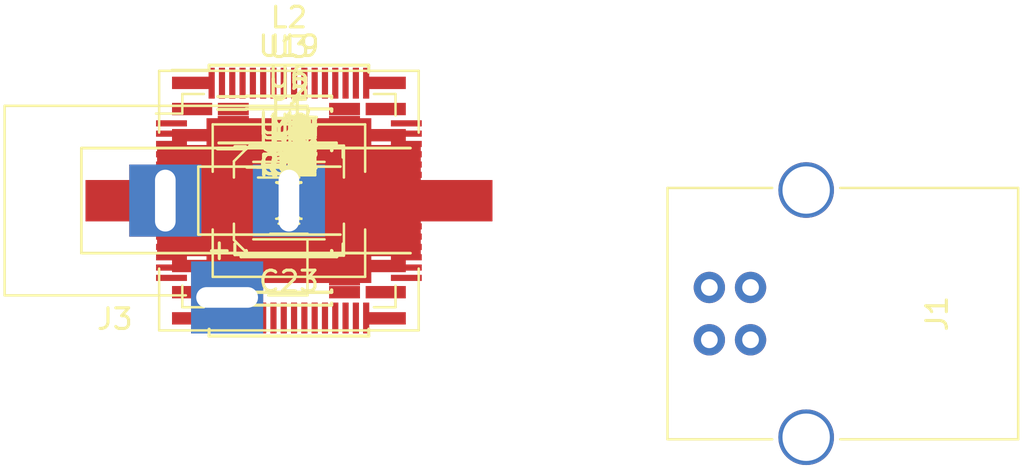
<source format=kicad_pcb>
(kicad_pcb (version 4) (host pcbnew 4.0.6)
  (layers (0 F.Cu signal) (31 B.Cu signal) (34 B.Paste user) (35 F.Paste user) (36 B.SilkS user) (37 F.SilkS user) (38 B.Mask user) (39 F.Mask user) (44 Edge.Cuts user))
  (net 0 "")
  (net 1 +3V3)
  (net 2 GND)
  (net 3 "Net-(C5-Pad1)")
  (net 4 "Net-(C7-Pad1)")
  (net 5 +1V0)
  (net 6 "Net-(C14-Pad1)")
  (net 7 "Net-(C15-Pad1)")
  (net 8 "Net-(C16-Pad1)")
  (net 9 "Net-(C17-Pad1)")
  (net 10 "Net-(C18-Pad1)")
  (net 11 "Net-(C19-Pad1)")
  (net 12 "Net-(C20-Pad1)")
  (net 13 "Net-(C20-Pad2)")
  (net 14 "Net-(C22-Pad1)")
  (net 15 "/Power Supply/-18V")
  (net 16 "Net-(C24-Pad1)")
  (net 17 "Net-(C24-Pad2)")
  (net 18 "/Power Supply/+18V")
  (net 19 "Net-(C27-Pad2)")
  (net 20 "Net-(C28-Pad1)")
  (net 21 +5V)
  (net 22 +15V)
  (net 23 -12VA)
  (net 24 "Net-(C41-Pad1)")
  (net 25 "Net-(C41-Pad2)")
  (net 26 "Net-(C42-Pad2)")
  (net 27 "Net-(C45-Pad1)")
  (net 28 "Net-(C45-Pad2)")
  (net 29 "Net-(C46-Pad2)")
  (net 30 "Net-(C54-Pad2)")
  (net 31 "Net-(C55-Pad1)")
  (net 32 "Net-(C55-Pad2)")
  (net 33 "Net-(C56-Pad1)")
  (net 34 "Net-(C56-Pad2)")
  (net 35 "Net-(C57-Pad1)")
  (net 36 "Net-(C58-Pad1)")
  (net 37 /AK4452DAC/OUTL)
  (net 38 "Net-(C59-Pad2)")
  (net 39 /AK4452DAC/OUTR)
  (net 40 "Net-(C60-Pad2)")
  (net 41 "Net-(C61-Pad1)")
  (net 42 "Net-(C61-Pad2)")
  (net 43 "Net-(C62-Pad1)")
  (net 44 "Net-(C62-Pad2)")
  (net 45 "Net-(D2-Pad2)")
  (net 46 "Net-(F1-Pad2)")
  (net 47 "Net-(J1-Pad2)")
  (net 48 "Net-(J1-Pad1)")
  (net 49 "Net-(J1-Pad3)")
  (net 50 /USB/~CS)
  (net 51 "Net-(R2-Pad1)")
  (net 52 "Net-(R3-Pad1)")
  (net 53 /AK4452DAC/~PDN)
  (net 54 "Net-(R7-Pad1)")
  (net 55 "Net-(R10-Pad1)")
  (net 56 "Net-(R11-Pad2)")
  (net 57 "Net-(R13-Pad1)")
  (net 58 "Net-(R18-Pad1)")
  (net 59 "Net-(R20-Pad1)")
  (net 60 "Net-(R22-Pad2)")
  (net 61 "Net-(R23-Pad2)")
  (net 62 "Net-(R24-Pad2)")
  (net 63 "Net-(R25-Pad2)")
  (net 64 "/Balanced Out/INR")
  (net 65 "Net-(R34-Pad2)")
  (net 66 "Net-(R35-Pad2)")
  (net 67 "/Balanced Out/INL")
  (net 68 "Net-(R36-Pad2)")
  (net 69 "Net-(R37-Pad2)")
  (net 70 "Net-(R38-Pad2)")
  (net 71 "Net-(R39-Pad2)")
  (net 72 "Net-(J6-Pad3)")
  (net 73 "Net-(J6-Pad1)")
  (net 74 "Net-(U1-Pad3)")
  (net 75 "Net-(U1-Pad7)")
  (net 76 "Net-(U1-Pad2)")
  (net 77 "Net-(U1-Pad5)")
  (net 78 /USB/CLK)
  (net 79 "Net-(U2-Pad4)")
  (net 80 "Net-(U2-Pad10)")
  (net 81 "Net-(U2-Pad12)")
  (net 82 /AK4452DAC/LRCK)
  (net 83 /AK4452DAC/DIN)
  (net 84 /USB/BCLK)
  (net 85 "Net-(U3-Pad5)")
  (net 86 "Net-(U3-Pad6)")
  (net 87 "Net-(U3-Pad7)")
  (net 88 "Net-(U3-Pad8)")
  (net 89 "Net-(U3-Pad14)")
  (net 90 "Net-(U3-Pad16)")
  (net 91 "Net-(U3-Pad21)")
  (net 92 "Net-(U3-Pad28)")
  (net 93 "Net-(U3-Pad29)")
  (net 94 "Net-(U3-Pad30)")
  (net 95 "Net-(U3-Pad32)")
  (net 96 "Net-(U3-Pad33)")
  (net 97 "Net-(U3-Pad35)")
  (net 98 "Net-(U3-Pad36)")
  (net 99 "Net-(U3-Pad37)")
  (net 100 /USB/CSEL)
  (net 101 /USB/SPDIF)
  (net 102 "Net-(U3-Pad43)")
  (net 103 "Net-(U3-Pad45)")
  (net 104 "Net-(U3-Pad46)")
  (net 105 "Net-(U3-Pad47)")
  (net 106 "Net-(U3-Pad48)")
  (net 107 "Net-(U3-Pad49)")
  (net 108 "Net-(U3-Pad50)")
  (net 109 "Net-(U3-Pad51)")
  (net 110 "Net-(U3-Pad60)")
  (net 111 "Net-(U3-Pad61)")
  (net 112 "Net-(U3-Pad62)")
  (net 113 "Net-(U3-Pad63)")
  (net 114 /AK4452DAC/MCLK)
  (net 115 "Net-(U5-Pad6)")
  (net 116 "Net-(U6-Pad5)")
  (net 117 "Net-(U6-Pad6)")
  (net 118 "Net-(U6-Pad7)")
  (net 119 "Net-(U6-Pad9)")
  (net 120 "Net-(U6-Pad10)")
  (net 121 "Net-(U6-Pad11)")
  (net 122 "Net-(U6-Pad12)")
  (net 123 "Net-(U6-Pad13)")
  (net 124 "Net-(U6-Pad14)")
  (net 125 "Net-(U8-Pad6)")
  (net 126 "Net-(U8-Pad7)")
  (net 127 "Net-(U8-Pad8)")
  (net 128 "Net-(U8-Pad11)")
  (net 129 "Net-(U9-Pad4)")
  (net 130 "Net-(U9-Pad5)")
  (net 131 "Net-(U10-Pad4)")
  (net 132 "Net-(U10-Pad5)")
  (net 133 "Net-(U11-Pad4)")
  (net 134 "Net-(U11-Pad8)")
  (net 135 "Net-(U14-Pad6)")
  (net 136 /AK4452DAC/MUTE)
  (net 137 "Net-(U15-Pad1)")
  (net 138 "Net-(U16-Pad1)")
  (net 139 "Net-(J5-Pad3)")
  (net 140 "Net-(J5-Pad2)")
  (net 141 "Net-(J4-Pad3)")
  (net 142 "Net-(J4-Pad2)")
  (module Capacitors_SMD:C_0805_HandSoldering (layer F.Cu) (at 148.5011 105.0036)
    (fp_text reference C1 (at 0 -1.75) (layer F.SilkS))
    (fp_text value 100n)
    (pad 1 smd rect (at -1.25 0) (size 1.5 1.25) (layers F.Cu F.Paste F.Mask) (net 1 +3V3))
    (pad 2 smd rect (at 1.25 0) (size 1.5 1.25) (layers F.Cu F.Paste F.Mask) (net 2 GND))
  )
  (module Capacitors_SMD:C_0805_HandSoldering (layer F.Cu) (at 148.5011 105.0036)
    (fp_text reference C2 (at 0 -1.75) (layer F.SilkS))
    (fp_text value 10u)
    (pad 1 smd rect (at -1.25 0) (size 1.5 1.25) (layers F.Cu F.Paste F.Mask) (net 1 +3V3))
    (pad 2 smd rect (at 1.25 0) (size 1.5 1.25) (layers F.Cu F.Paste F.Mask) (net 2 GND))
  )
  (module Capacitors_SMD:C_0805_HandSoldering (layer F.Cu) (at 148.5011 105.0036)
    (fp_text reference C3 (at 0 -1.75) (layer F.SilkS))
    (fp_text value 100n)
    (pad 1 smd rect (at -1.25 0) (size 1.5 1.25) (layers F.Cu F.Paste F.Mask) (net 1 +3V3))
    (pad 2 smd rect (at 1.25 0) (size 1.5 1.25) (layers F.Cu F.Paste F.Mask) (net 2 GND))
  )
  (module Capacitors_SMD:C_0805_HandSoldering (layer F.Cu) (at 148.5011 105.0036)
    (fp_text reference C4 (at 0 -1.75) (layer F.SilkS))
    (fp_text value 100n)
    (pad 1 smd rect (at -1.25 0) (size 1.5 1.25) (layers F.Cu F.Paste F.Mask) (net 1 +3V3))
    (pad 2 smd rect (at 1.25 0) (size 1.5 1.25) (layers F.Cu F.Paste F.Mask) (net 2 GND))
  )
  (module Capacitors_SMD:C_0805_HandSoldering (layer F.Cu) (at 148.5011 105.0036)
    (fp_text reference C5 (at 0 -1.75) (layer F.SilkS))
    (fp_text value 18p)
    (pad 1 smd rect (at -1.25 0) (size 1.5 1.25) (layers F.Cu F.Paste F.Mask) (net 3 "Net-(C5-Pad1)"))
    (pad 2 smd rect (at 1.25 0) (size 1.5 1.25) (layers F.Cu F.Paste F.Mask) (net 2 GND))
  )
  (module Capacitors_SMD:C_0805_HandSoldering (layer F.Cu) (at 148.5011 105.0036)
    (fp_text reference C6 (at 0 -1.75) (layer F.SilkS))
    (fp_text value 100n)
    (pad 1 smd rect (at -1.25 0) (size 1.5 1.25) (layers F.Cu F.Paste F.Mask) (net 1 +3V3))
    (pad 2 smd rect (at 1.25 0) (size 1.5 1.25) (layers F.Cu F.Paste F.Mask) (net 2 GND))
  )
  (module Capacitors_SMD:C_0805_HandSoldering (layer F.Cu) (at 148.5011 105.0036)
    (fp_text reference C7 (at 0 -1.75) (layer F.SilkS))
    (fp_text value 18p)
    (pad 1 smd rect (at -1.25 0) (size 1.5 1.25) (layers F.Cu F.Paste F.Mask) (net 4 "Net-(C7-Pad1)"))
    (pad 2 smd rect (at 1.25 0) (size 1.5 1.25) (layers F.Cu F.Paste F.Mask) (net 2 GND))
  )
  (module Capacitors_SMD:C_0805_HandSoldering (layer F.Cu) (at 148.5011 105.0036)
    (fp_text reference C8 (at 0 -1.75) (layer F.SilkS))
    (fp_text value 100n)
    (pad 1 smd rect (at -1.25 0) (size 1.5 1.25) (layers F.Cu F.Paste F.Mask) (net 1 +3V3))
    (pad 2 smd rect (at 1.25 0) (size 1.5 1.25) (layers F.Cu F.Paste F.Mask) (net 2 GND))
  )
  (module Capacitors_SMD:C_0805_HandSoldering (layer F.Cu) (at 148.5011 105.0036)
    (fp_text reference C9 (at 0 -1.75) (layer F.SilkS))
    (fp_text value 100n)
    (pad 1 smd rect (at -1.25 0) (size 1.5 1.25) (layers F.Cu F.Paste F.Mask) (net 5 +1V0))
    (pad 2 smd rect (at 1.25 0) (size 1.5 1.25) (layers F.Cu F.Paste F.Mask) (net 2 GND))
  )
  (module Capacitors_SMD:C_0805_HandSoldering (layer F.Cu) (at 148.5011 105.0036)
    (fp_text reference C10 (at 0 -1.75) (layer F.SilkS))
    (fp_text value 100n)
    (pad 1 smd rect (at -1.25 0) (size 1.5 1.25) (layers F.Cu F.Paste F.Mask) (net 5 +1V0))
    (pad 2 smd rect (at 1.25 0) (size 1.5 1.25) (layers F.Cu F.Paste F.Mask) (net 2 GND))
  )
  (module Capacitors_SMD:C_0805_HandSoldering (layer F.Cu) (at 148.5011 105.0036)
    (fp_text reference C11 (at 0 -1.75) (layer F.SilkS))
    (fp_text value 100n)
    (pad 1 smd rect (at -1.25 0) (size 1.5 1.25) (layers F.Cu F.Paste F.Mask) (net 5 +1V0))
    (pad 2 smd rect (at 1.25 0) (size 1.5 1.25) (layers F.Cu F.Paste F.Mask) (net 2 GND))
  )
  (module Capacitors_SMD:C_0805_HandSoldering (layer F.Cu) (at 148.5011 105.0036)
    (fp_text reference C12 (at 0 -1.75) (layer F.SilkS))
    (fp_text value 100n)
    (pad 1 smd rect (at -1.25 0) (size 1.5 1.25) (layers F.Cu F.Paste F.Mask) (net 5 +1V0))
    (pad 2 smd rect (at 1.25 0) (size 1.5 1.25) (layers F.Cu F.Paste F.Mask) (net 2 GND))
  )
  (module Capacitors_SMD:C_0805_HandSoldering (layer F.Cu) (at 148.5011 105.0036)
    (fp_text reference C13 (at 0 -1.75) (layer F.SilkS))
    (fp_text value 10u)
    (pad 1 smd rect (at -1.25 0) (size 1.5 1.25) (layers F.Cu F.Paste F.Mask) (net 5 +1V0))
    (pad 2 smd rect (at 1.25 0) (size 1.5 1.25) (layers F.Cu F.Paste F.Mask) (net 2 GND))
  )
  (module Capacitors_SMD:C_0805_HandSoldering (layer F.Cu) (at 148.5011 105.0036)
    (fp_text reference C14 (at 0 -1.75) (layer F.SilkS))
    (fp_text value 100n)
    (pad 1 smd rect (at -1.25 0) (size 1.5 1.25) (layers F.Cu F.Paste F.Mask) (net 6 "Net-(C14-Pad1)"))
    (pad 2 smd rect (at 1.25 0) (size 1.5 1.25) (layers F.Cu F.Paste F.Mask) (net 2 GND))
  )
  (module Capacitors_SMD:C_0805_HandSoldering (layer F.Cu) (at 148.5011 105.0036)
    (fp_text reference C15 (at 0 -1.75) (layer F.SilkS))
    (fp_text value 100n)
    (pad 1 smd rect (at -1.25 0) (size 1.5 1.25) (layers F.Cu F.Paste F.Mask) (net 7 "Net-(C15-Pad1)"))
    (pad 2 smd rect (at 1.25 0) (size 1.5 1.25) (layers F.Cu F.Paste F.Mask) (net 2 GND))
  )
  (module Capacitors_SMD:C_0805_HandSoldering (layer F.Cu) (at 148.5011 105.0036)
    (fp_text reference C16 (at 0 -1.75) (layer F.SilkS))
    (fp_text value 18p)
    (pad 1 smd rect (at -1.25 0) (size 1.5 1.25) (layers F.Cu F.Paste F.Mask) (net 8 "Net-(C16-Pad1)"))
    (pad 2 smd rect (at 1.25 0) (size 1.5 1.25) (layers F.Cu F.Paste F.Mask) (net 2 GND))
  )
  (module Capacitors_SMD:C_0805_HandSoldering (layer F.Cu) (at 148.5011 105.0036)
    (fp_text reference C17 (at 0 -1.75) (layer F.SilkS))
    (fp_text value 18p)
    (pad 1 smd rect (at -1.25 0) (size 1.5 1.25) (layers F.Cu F.Paste F.Mask) (net 9 "Net-(C17-Pad1)"))
    (pad 2 smd rect (at 1.25 0) (size 1.5 1.25) (layers F.Cu F.Paste F.Mask) (net 2 GND))
  )
  (module Capacitors_SMD:C_0805_HandSoldering (layer F.Cu) (at 148.5011 105.0036)
    (fp_text reference C18 (at 0 -1.75) (layer F.SilkS))
    (fp_text value 18p)
    (pad 1 smd rect (at -1.25 0) (size 1.5 1.25) (layers F.Cu F.Paste F.Mask) (net 10 "Net-(C18-Pad1)"))
    (pad 2 smd rect (at 1.25 0) (size 1.5 1.25) (layers F.Cu F.Paste F.Mask) (net 2 GND))
  )
  (module Capacitors_SMD:C_0805_HandSoldering (layer F.Cu) (at 148.5011 105.0036)
    (fp_text reference C19 (at 0 -1.75) (layer F.SilkS))
    (fp_text value 18p)
    (pad 1 smd rect (at -1.25 0) (size 1.5 1.25) (layers F.Cu F.Paste F.Mask) (net 11 "Net-(C19-Pad1)"))
    (pad 2 smd rect (at 1.25 0) (size 1.5 1.25) (layers F.Cu F.Paste F.Mask) (net 2 GND))
  )
  (module Capacitors_SMD:C_0805_HandSoldering (layer F.Cu) (at 148.5011 105.0036)
    (fp_text reference C20 (at 0 -1.75) (layer F.SilkS))
    (fp_text value 100n)
    (pad 1 smd rect (at -1.25 0) (size 1.5 1.25) (layers F.Cu F.Paste F.Mask) (net 12 "Net-(C20-Pad1)"))
    (pad 2 smd rect (at 1.25 0) (size 1.5 1.25) (layers F.Cu F.Paste F.Mask) (net 13 "Net-(C20-Pad2)"))
  )
  (module Capacitors_SMD:C_0805_HandSoldering (layer F.Cu) (at 148.5011 105.0036)
    (fp_text reference C21 (at 0 -1.75) (layer F.SilkS))
    (fp_text value 100p)
    (pad 1 smd rect (at -1.25 0) (size 1.5 1.25) (layers F.Cu F.Paste F.Mask) (net 2 GND))
    (pad 2 smd rect (at 1.25 0) (size 1.5 1.25) (layers F.Cu F.Paste F.Mask) (net 12 "Net-(C20-Pad1)"))
  )
  (module Capacitors_SMD:C_0805_HandSoldering (layer F.Cu) (at 148.5011 105.0036)
    (fp_text reference C22 (at 0 -1.75) (layer F.SilkS))
    (fp_text value 2u2)
    (pad 1 smd rect (at -1.25 0) (size 1.5 1.25) (layers F.Cu F.Paste F.Mask) (net 14 "Net-(C22-Pad1)"))
    (pad 2 smd rect (at 1.25 0) (size 1.5 1.25) (layers F.Cu F.Paste F.Mask) (net 15 "/Power Supply/-18V"))
  )
  (module Capacitors_SMD:CP_Elec_5x5.7 (layer F.Cu) (at 148.5011 105.0036)
    (fp_text reference C23 (at 0 3.92) (layer F.SilkS))
    (fp_text value 1000u)
    (fp_text user + (at -3.38 2.36) (layer F.SilkS))
    (pad 1 smd rect (at -2.2 0 180) (size 3 1.6) (layers F.Cu F.Paste F.Mask) (net 1 +3V3))
    (pad 2 smd rect (at 2.2 0 180) (size 3 1.6) (layers F.Cu F.Paste F.Mask) (net 2 GND))
  )
  (module Capacitors_SMD:C_0805_HandSoldering (layer F.Cu) (at 148.5011 105.0036)
    (fp_text reference C24 (at 0 -1.75) (layer F.SilkS))
    (fp_text value 470n)
    (pad 1 smd rect (at -1.25 0) (size 1.5 1.25) (layers F.Cu F.Paste F.Mask) (net 16 "Net-(C24-Pad1)"))
    (pad 2 smd rect (at 1.25 0) (size 1.5 1.25) (layers F.Cu F.Paste F.Mask) (net 17 "Net-(C24-Pad2)"))
  )
  (module Capacitors_SMD:C_0805_HandSoldering (layer F.Cu) (at 148.5011 105.0036)
    (fp_text reference C25 (at 0 -1.75) (layer F.SilkS))
    (fp_text value 100n)
    (pad 1 smd rect (at -1.25 0) (size 1.5 1.25) (layers F.Cu F.Paste F.Mask) (net 1 +3V3))
    (pad 2 smd rect (at 1.25 0) (size 1.5 1.25) (layers F.Cu F.Paste F.Mask) (net 2 GND))
  )
  (module Capacitors_SMD:C_0805_HandSoldering (layer F.Cu) (at 148.5011 105.0036)
    (fp_text reference C26 (at 0 -1.75) (layer F.SilkS))
    (fp_text value 100n)
    (pad 1 smd rect (at -1.25 0) (size 1.5 1.25) (layers F.Cu F.Paste F.Mask) (net 1 +3V3))
    (pad 2 smd rect (at 1.25 0) (size 1.5 1.25) (layers F.Cu F.Paste F.Mask) (net 2 GND))
  )
  (module Capacitors_SMD:C_0805_HandSoldering (layer F.Cu) (at 148.5011 105.0036)
    (fp_text reference C27 (at 0 -1.75) (layer F.SilkS))
    (fp_text value 110p)
    (pad 1 smd rect (at -1.25 0) (size 1.5 1.25) (layers F.Cu F.Paste F.Mask) (net 18 "/Power Supply/+18V"))
    (pad 2 smd rect (at 1.25 0) (size 1.5 1.25) (layers F.Cu F.Paste F.Mask) (net 19 "Net-(C27-Pad2)"))
  )
  (module Capacitors_SMD:C_0805_HandSoldering (layer F.Cu) (at 148.5011 105.0036)
    (fp_text reference C28 (at 0 -1.75) (layer F.SilkS))
    (fp_text value 120p)
    (pad 1 smd rect (at -1.25 0) (size 1.5 1.25) (layers F.Cu F.Paste F.Mask) (net 20 "Net-(C28-Pad1)"))
    (pad 2 smd rect (at 1.25 0) (size 1.5 1.25) (layers F.Cu F.Paste F.Mask) (net 2 GND))
  )
  (module Capacitors_SMD:C_0805_HandSoldering (layer F.Cu) (at 148.5011 105.0036)
    (fp_text reference C29 (at 0 -1.75) (layer F.SilkS))
    (fp_text value 4u7)
    (pad 1 smd rect (at -1.25 0) (size 1.5 1.25) (layers F.Cu F.Paste F.Mask) (net 18 "/Power Supply/+18V"))
    (pad 2 smd rect (at 1.25 0) (size 1.5 1.25) (layers F.Cu F.Paste F.Mask) (net 2 GND))
  )
  (module Capacitors_SMD:C_0805_HandSoldering (layer F.Cu) (at 148.5011 105.0036)
    (fp_text reference C30 (at 0 -1.75) (layer F.SilkS))
    (fp_text value 4u7)
    (pad 1 smd rect (at -1.25 0) (size 1.5 1.25) (layers F.Cu F.Paste F.Mask) (net 2 GND))
    (pad 2 smd rect (at 1.25 0) (size 1.5 1.25) (layers F.Cu F.Paste F.Mask) (net 15 "/Power Supply/-18V"))
  )
  (module Capacitors_SMD:C_0805_HandSoldering (layer F.Cu) (at 148.5011 105.0036)
    (fp_text reference C31 (at 0 -1.75) (layer F.SilkS))
    (fp_text value 100n)
    (pad 1 smd rect (at -1.25 0) (size 1.5 1.25) (layers F.Cu F.Paste F.Mask) (net 21 +5V))
    (pad 2 smd rect (at 1.25 0) (size 1.5 1.25) (layers F.Cu F.Paste F.Mask) (net 2 GND))
  )
  (module Capacitors_SMD:C_0805_HandSoldering (layer F.Cu) (at 148.5011 105.0036)
    (fp_text reference C32 (at 0 -1.75) (layer F.SilkS))
    (fp_text value 10u)
    (pad 1 smd rect (at -1.25 0) (size 1.5 1.25) (layers F.Cu F.Paste F.Mask) (net 2 GND))
    (pad 2 smd rect (at 1.25 0) (size 1.5 1.25) (layers F.Cu F.Paste F.Mask) (net 15 "/Power Supply/-18V"))
  )
  (module Capacitors_SMD:C_0805_HandSoldering (layer F.Cu) (at 148.5011 105.0036)
    (fp_text reference C33 (at 0 -1.75) (layer F.SilkS))
    (fp_text value 100n)
    (pad 1 smd rect (at -1.25 0) (size 1.5 1.25) (layers F.Cu F.Paste F.Mask) (net 18 "/Power Supply/+18V"))
    (pad 2 smd rect (at 1.25 0) (size 1.5 1.25) (layers F.Cu F.Paste F.Mask) (net 2 GND))
  )
  (module Capacitors_SMD:C_0805_HandSoldering (layer F.Cu) (at 148.5011 105.0036)
    (fp_text reference C34 (at 0 -1.75) (layer F.SilkS))
    (fp_text value 100n)
    (pad 1 smd rect (at -1.25 0) (size 1.5 1.25) (layers F.Cu F.Paste F.Mask) (net 2 GND))
    (pad 2 smd rect (at 1.25 0) (size 1.5 1.25) (layers F.Cu F.Paste F.Mask) (net 15 "/Power Supply/-18V"))
  )
  (module Capacitors_SMD:C_0805_HandSoldering (layer F.Cu) (at 148.5011 105.0036)
    (fp_text reference C35 (at 0 -1.75) (layer F.SilkS))
    (fp_text value 10u)
    (pad 1 smd rect (at -1.25 0) (size 1.5 1.25) (layers F.Cu F.Paste F.Mask) (net 2 GND))
    (pad 2 smd rect (at 1.25 0) (size 1.5 1.25) (layers F.Cu F.Paste F.Mask) (net 15 "/Power Supply/-18V"))
  )
  (module Capacitors_SMD:C_0805_HandSoldering (layer F.Cu) (at 148.5011 105.0036)
    (fp_text reference C36 (at 0 -1.75) (layer F.SilkS))
    (fp_text value 10u)
    (pad 1 smd rect (at -1.25 0) (size 1.5 1.25) (layers F.Cu F.Paste F.Mask) (net 2 GND))
    (pad 2 smd rect (at 1.25 0) (size 1.5 1.25) (layers F.Cu F.Paste F.Mask) (net 15 "/Power Supply/-18V"))
  )
  (module Capacitors_SMD:C_0805_HandSoldering (layer F.Cu) (at 148.5011 105.0036)
    (fp_text reference C37 (at 0 -1.75) (layer F.SilkS))
    (fp_text value 10u)
    (pad 1 smd rect (at -1.25 0) (size 1.5 1.25) (layers F.Cu F.Paste F.Mask) (net 2 GND))
    (pad 2 smd rect (at 1.25 0) (size 1.5 1.25) (layers F.Cu F.Paste F.Mask) (net 15 "/Power Supply/-18V"))
  )
  (module Capacitors_SMD:C_0805_HandSoldering (layer F.Cu) (at 148.5011 105.0036)
    (fp_text reference C38 (at 0 -1.75) (layer F.SilkS))
    (fp_text value 4u7)
    (pad 1 smd rect (at -1.25 0) (size 1.5 1.25) (layers F.Cu F.Paste F.Mask) (net 1 +3V3))
    (pad 2 smd rect (at 1.25 0) (size 1.5 1.25) (layers F.Cu F.Paste F.Mask) (net 15 "/Power Supply/-18V"))
  )
  (module Capacitors_SMD:C_0805_HandSoldering (layer F.Cu) (at 148.5011 105.0036)
    (fp_text reference C39 (at 0 -1.75) (layer F.SilkS))
    (fp_text value 100n)
    (pad 1 smd rect (at -1.25 0) (size 1.5 1.25) (layers F.Cu F.Paste F.Mask) (net 22 +15V))
    (pad 2 smd rect (at 1.25 0) (size 1.5 1.25) (layers F.Cu F.Paste F.Mask) (net 2 GND))
  )
  (module Capacitors_SMD:C_0805_HandSoldering (layer F.Cu) (at 148.5011 105.0036)
    (fp_text reference C40 (at 0 -1.75) (layer F.SilkS))
    (fp_text value 100n)
    (pad 1 smd rect (at -1.25 0) (size 1.5 1.25) (layers F.Cu F.Paste F.Mask) (net 2 GND))
    (pad 2 smd rect (at 1.25 0) (size 1.5 1.25) (layers F.Cu F.Paste F.Mask) (net 23 -12VA))
  )
  (module Capacitors_SMD:C_0805_HandSoldering (layer F.Cu) (at 148.5011 105.0036)
    (fp_text reference C41 (at 0 -1.75) (layer F.SilkS))
    (fp_text value 100n)
    (pad 1 smd rect (at -1.25 0) (size 1.5 1.25) (layers F.Cu F.Paste F.Mask) (net 24 "Net-(C41-Pad1)"))
    (pad 2 smd rect (at 1.25 0) (size 1.5 1.25) (layers F.Cu F.Paste F.Mask) (net 25 "Net-(C41-Pad2)"))
  )
  (module Capacitors_SMD:C_0805_HandSoldering (layer F.Cu) (at 148.5011 105.0036)
    (fp_text reference C42 (at 0 -1.75) (layer F.SilkS))
    (fp_text value 100n)
    (pad 1 smd rect (at -1.25 0) (size 1.5 1.25) (layers F.Cu F.Paste F.Mask) (net 1 +3V3))
    (pad 2 smd rect (at 1.25 0) (size 1.5 1.25) (layers F.Cu F.Paste F.Mask) (net 26 "Net-(C42-Pad2)"))
  )
  (module Capacitors_SMD:C_0805_HandSoldering (layer F.Cu) (at 148.5011 105.0036)
    (fp_text reference C43 (at 0 -1.75) (layer F.SilkS))
    (fp_text value 47u)
    (pad 1 smd rect (at -1.25 0) (size 1.5 1.25) (layers F.Cu F.Paste F.Mask) (net 1 +3V3))
    (pad 2 smd rect (at 1.25 0) (size 1.5 1.25) (layers F.Cu F.Paste F.Mask) (net 26 "Net-(C42-Pad2)"))
  )
  (module Capacitors_SMD:C_0805_HandSoldering (layer F.Cu) (at 148.5011 105.0036)
    (fp_text reference C44 (at 0 -1.75) (layer F.SilkS))
    (fp_text value 47u)
    (pad 1 smd rect (at -1.25 0) (size 1.5 1.25) (layers F.Cu F.Paste F.Mask) (net 1 +3V3))
    (pad 2 smd rect (at 1.25 0) (size 1.5 1.25) (layers F.Cu F.Paste F.Mask) (net 26 "Net-(C42-Pad2)"))
  )
  (module Capacitors_SMD:C_0805_HandSoldering (layer F.Cu) (at 148.5011 105.0036)
    (fp_text reference C45 (at 0 -1.75) (layer F.SilkS))
    (fp_text value 100n)
    (pad 1 smd rect (at -1.25 0) (size 1.5 1.25) (layers F.Cu F.Paste F.Mask) (net 27 "Net-(C45-Pad1)"))
    (pad 2 smd rect (at 1.25 0) (size 1.5 1.25) (layers F.Cu F.Paste F.Mask) (net 28 "Net-(C45-Pad2)"))
  )
  (module Capacitors_SMD:C_0805_HandSoldering (layer F.Cu) (at 148.5011 105.0036)
    (fp_text reference C46 (at 0 -1.75) (layer F.SilkS))
    (fp_text value 100n)
    (pad 1 smd rect (at -1.25 0) (size 1.5 1.25) (layers F.Cu F.Paste F.Mask) (net 5 +1V0))
    (pad 2 smd rect (at 1.25 0) (size 1.5 1.25) (layers F.Cu F.Paste F.Mask) (net 29 "Net-(C46-Pad2)"))
  )
  (module Capacitors_SMD:C_0805_HandSoldering (layer F.Cu) (at 148.5011 105.0036)
    (fp_text reference C47 (at 0 -1.75) (layer F.SilkS))
    (fp_text value 47u)
    (pad 1 smd rect (at -1.25 0) (size 1.5 1.25) (layers F.Cu F.Paste F.Mask) (net 5 +1V0))
    (pad 2 smd rect (at 1.25 0) (size 1.5 1.25) (layers F.Cu F.Paste F.Mask) (net 29 "Net-(C46-Pad2)"))
  )
  (module Capacitors_SMD:C_0805_HandSoldering (layer F.Cu) (at 148.5011 105.0036)
    (fp_text reference C48 (at 0 -1.75) (layer F.SilkS))
    (fp_text value 47u)
    (pad 1 smd rect (at -1.25 0) (size 1.5 1.25) (layers F.Cu F.Paste F.Mask) (net 5 +1V0))
    (pad 2 smd rect (at 1.25 0) (size 1.5 1.25) (layers F.Cu F.Paste F.Mask) (net 29 "Net-(C46-Pad2)"))
  )
  (module Capacitors_SMD:C_0805_HandSoldering (layer F.Cu) (at 148.5011 105.0036)
    (fp_text reference C49 (at 0 -1.75) (layer F.SilkS))
    (fp_text value 100n)
    (pad 1 smd rect (at -1.25 0) (size 1.5 1.25) (layers F.Cu F.Paste F.Mask) (net 1 +3V3))
    (pad 2 smd rect (at 1.25 0) (size 1.5 1.25) (layers F.Cu F.Paste F.Mask) (net 2 GND))
  )
  (module Capacitors_SMD:C_0805_HandSoldering (layer F.Cu) (at 148.5011 105.0036)
    (fp_text reference C50 (at 0 -1.75) (layer F.SilkS))
    (fp_text value 10u)
    (pad 1 smd rect (at -1.25 0) (size 1.5 1.25) (layers F.Cu F.Paste F.Mask) (net 1 +3V3))
    (pad 2 smd rect (at 1.25 0) (size 1.5 1.25) (layers F.Cu F.Paste F.Mask) (net 2 GND))
  )
  (module Capacitors_SMD:C_0805_HandSoldering (layer F.Cu) (at 148.5011 105.0036)
    (fp_text reference C51 (at 0 -1.75) (layer F.SilkS))
    (fp_text value 100n)
    (pad 1 smd rect (at -1.25 0) (size 1.5 1.25) (layers F.Cu F.Paste F.Mask) (net 21 +5V))
    (pad 2 smd rect (at 1.25 0) (size 1.5 1.25) (layers F.Cu F.Paste F.Mask) (net 2 GND))
  )
  (module Capacitors_SMD:C_0805_HandSoldering (layer F.Cu) (at 148.5011 105.0036)
    (fp_text reference C52 (at 0 -1.75) (layer F.SilkS))
    (fp_text value 10u)
    (pad 1 smd rect (at -1.25 0) (size 1.5 1.25) (layers F.Cu F.Paste F.Mask) (net 21 +5V))
    (pad 2 smd rect (at 1.25 0) (size 1.5 1.25) (layers F.Cu F.Paste F.Mask) (net 2 GND))
  )
  (module Capacitors_SMD:C_0805_HandSoldering (layer F.Cu) (at 148.5011 105.0036)
    (fp_text reference C53 (at 0 -1.75) (layer F.SilkS))
    (fp_text value 100n)
    (pad 1 smd rect (at -1.25 0) (size 1.5 1.25) (layers F.Cu F.Paste F.Mask) (net 21 +5V))
    (pad 2 smd rect (at 1.25 0) (size 1.5 1.25) (layers F.Cu F.Paste F.Mask) (net 2 GND))
  )
  (module Capacitors_SMD:C_0805_HandSoldering (layer F.Cu) (at 148.5011 105.0036)
    (fp_text reference C54 (at 0 -1.75) (layer F.SilkS))
    (fp_text value 1u)
    (pad 1 smd rect (at -1.25 0) (size 1.5 1.25) (layers F.Cu F.Paste F.Mask) (net 2 GND))
    (pad 2 smd rect (at 1.25 0) (size 1.5 1.25) (layers F.Cu F.Paste F.Mask) (net 30 "Net-(C54-Pad2)"))
  )
  (module Capacitors_SMD:C_0805_HandSoldering (layer F.Cu) (at 148.5011 105.0036)
    (fp_text reference C55 (at 0 -1.75) (layer F.SilkS))
    (fp_text value 3n9)
    (pad 1 smd rect (at -1.25 0) (size 1.5 1.25) (layers F.Cu F.Paste F.Mask) (net 31 "Net-(C55-Pad1)"))
    (pad 2 smd rect (at 1.25 0) (size 1.5 1.25) (layers F.Cu F.Paste F.Mask) (net 32 "Net-(C55-Pad2)"))
  )
  (module Capacitors_SMD:C_0805_HandSoldering (layer F.Cu) (at 148.5011 105.0036)
    (fp_text reference C56 (at 0 -1.75) (layer F.SilkS))
    (fp_text value 3n9)
    (pad 1 smd rect (at -1.25 0) (size 1.5 1.25) (layers F.Cu F.Paste F.Mask) (net 33 "Net-(C56-Pad1)"))
    (pad 2 smd rect (at 1.25 0) (size 1.5 1.25) (layers F.Cu F.Paste F.Mask) (net 34 "Net-(C56-Pad2)"))
  )
  (module Capacitors_SMD:C_0805_HandSoldering (layer F.Cu) (at 148.5011 105.0036)
    (fp_text reference C57 (at 0 -1.75) (layer F.SilkS))
    (fp_text value 470p)
    (pad 1 smd rect (at -1.25 0) (size 1.5 1.25) (layers F.Cu F.Paste F.Mask) (net 35 "Net-(C57-Pad1)"))
    (pad 2 smd rect (at 1.25 0) (size 1.5 1.25) (layers F.Cu F.Paste F.Mask) (net 2 GND))
  )
  (module Capacitors_SMD:C_0805_HandSoldering (layer F.Cu) (at 148.5011 105.0036)
    (fp_text reference C58 (at 0 -1.75) (layer F.SilkS))
    (fp_text value 470p)
    (pad 1 smd rect (at -1.25 0) (size 1.5 1.25) (layers F.Cu F.Paste F.Mask) (net 36 "Net-(C58-Pad1)"))
    (pad 2 smd rect (at 1.25 0) (size 1.5 1.25) (layers F.Cu F.Paste F.Mask) (net 2 GND))
  )
  (module Capacitors_SMD:C_0805_HandSoldering (layer F.Cu) (at 148.5011 105.0036)
    (fp_text reference C59 (at 0 -1.75) (layer F.SilkS))
    (fp_text value 470p)
    (pad 1 smd rect (at -1.25 0) (size 1.5 1.25) (layers F.Cu F.Paste F.Mask) (net 37 /AK4452DAC/OUTL))
    (pad 2 smd rect (at 1.25 0) (size 1.5 1.25) (layers F.Cu F.Paste F.Mask) (net 38 "Net-(C59-Pad2)"))
  )
  (module Capacitors_SMD:C_0805_HandSoldering (layer F.Cu) (at 148.5011 105.0036)
    (fp_text reference C60 (at 0 -1.75) (layer F.SilkS))
    (fp_text value 470p)
    (pad 1 smd rect (at -1.25 0) (size 1.5 1.25) (layers F.Cu F.Paste F.Mask) (net 39 /AK4452DAC/OUTR))
    (pad 2 smd rect (at 1.25 0) (size 1.5 1.25) (layers F.Cu F.Paste F.Mask) (net 40 "Net-(C60-Pad2)"))
  )
  (module Capacitors_SMD:C_0805_HandSoldering (layer F.Cu) (at 148.5011 105.0036)
    (fp_text reference C61 (at 0 -1.75) (layer F.SilkS))
    (fp_text value 22p)
    (pad 1 smd rect (at -1.25 0) (size 1.5 1.25) (layers F.Cu F.Paste F.Mask) (net 41 "Net-(C61-Pad1)"))
    (pad 2 smd rect (at 1.25 0) (size 1.5 1.25) (layers F.Cu F.Paste F.Mask) (net 42 "Net-(C61-Pad2)"))
  )
  (module Capacitors_SMD:C_0805_HandSoldering (layer F.Cu) (at 148.5011 105.0036)
    (fp_text reference C62 (at 0 -1.75) (layer F.SilkS))
    (fp_text value 22p)
    (pad 1 smd rect (at -1.25 0) (size 1.5 1.25) (layers F.Cu F.Paste F.Mask) (net 43 "Net-(C62-Pad1)"))
    (pad 2 smd rect (at 1.25 0) (size 1.5 1.25) (layers F.Cu F.Paste F.Mask) (net 44 "Net-(C62-Pad2)"))
  )
  (module Capacitors_SMD:C_0805_HandSoldering (layer F.Cu) (at 148.5011 105.0036)
    (fp_text reference C63 (at 0 -1.75) (layer F.SilkS))
    (fp_text value 0.1u)
    (pad 1 smd rect (at -1.25 0) (size 1.5 1.25) (layers F.Cu F.Paste F.Mask) (net 22 +15V))
    (pad 2 smd rect (at 1.25 0) (size 1.5 1.25) (layers F.Cu F.Paste F.Mask) (net 2 GND))
  )
  (module Capacitors_SMD:C_0805_HandSoldering (layer F.Cu) (at 148.5011 105.0036)
    (fp_text reference C64 (at 0 -1.75) (layer F.SilkS))
    (fp_text value 0.1u)
    (pad 1 smd rect (at -1.25 0) (size 1.5 1.25) (layers F.Cu F.Paste F.Mask) (net 2 GND))
    (pad 2 smd rect (at 1.25 0) (size 1.5 1.25) (layers F.Cu F.Paste F.Mask) (net 23 -12VA))
  )
  (module Capacitors_SMD:C_0805_HandSoldering (layer F.Cu) (at 148.5011 105.0036)
    (fp_text reference C65 (at 0 -1.75) (layer F.SilkS))
    (fp_text value 0.1u)
    (pad 1 smd rect (at -1.25 0) (size 1.5 1.25) (layers F.Cu F.Paste F.Mask) (net 22 +15V))
    (pad 2 smd rect (at 1.25 0) (size 1.5 1.25) (layers F.Cu F.Paste F.Mask) (net 2 GND))
  )
  (module Capacitors_SMD:C_0805_HandSoldering (layer F.Cu) (at 148.5011 105.0036)
    (fp_text reference C66 (at 0 -1.75) (layer F.SilkS))
    (fp_text value 0.1u)
    (pad 1 smd rect (at -1.25 0) (size 1.5 1.25) (layers F.Cu F.Paste F.Mask) (net 2 GND))
    (pad 2 smd rect (at 1.25 0) (size 1.5 1.25) (layers F.Cu F.Paste F.Mask) (net 23 -12VA))
  )
  (module Diodes_SMD:D_SMA_Handsoldering (layer F.Cu) (at 148.5011 105.0036)
    (fp_text reference D1 (at 0 -2.5) (layer F.SilkS))
    (fp_text value SK34ATR)
    (pad 1 smd rect (at -2.5 0) (size 3.5 1.8) (layers F.Cu F.Paste F.Mask) (net 1 +3V3))
    (pad 2 smd rect (at 2.5 0) (size 3.5 1.8) (layers F.Cu F.Paste F.Mask) (net 2 GND))
  )
  (module Diodes_SMD:D_SMA_Handsoldering (layer F.Cu) (at 148.5011 105.0036)
    (fp_text reference D2 (at 0 -2.5) (layer F.SilkS))
    (fp_text value SK34ATR)
    (pad 1 smd rect (at -2.5 0) (size 3.5 1.8) (layers F.Cu F.Paste F.Mask) (net 18 "/Power Supply/+18V"))
    (pad 2 smd rect (at 2.5 0) (size 3.5 1.8) (layers F.Cu F.Paste F.Mask) (net 45 "Net-(D2-Pad2)"))
  )
  (module Resistors_SMD:R_1812_HandSoldering (layer F.Cu) (at 148.5011 105.0036)
    (fp_text reference F1 (at 0 -2.72) (layer F.SilkS))
    (fp_text value 2A)
    (pad 1 smd rect (at -3.4 0) (size 3.5 3.5) (layers F.Cu F.Paste F.Mask) (net 1 +3V3))
    (pad 2 smd rect (at 3.4 0) (size 3.5 3.5) (layers F.Cu F.Paste F.Mask) (net 46 "Net-(F1-Pad2)"))
  )
  (module Connectors:USB_B (layer F.Cu) (at 168.91 109.22)
    (fp_text reference J1 (at 11.05 1.27 90) (layer F.SilkS))
    (fp_text value USB_B)
    (pad 2 thru_hole circle (at 0 2.54 270) (size 1.52 1.52) (drill 0.81) (layers *.Cu *.Mask) (net 47 "Net-(J1-Pad2)"))
    (pad 1 thru_hole circle (at 0 0 270) (size 1.52 1.52) (drill 0.81) (layers *.Cu *.Mask) (net 48 "Net-(J1-Pad1)"))
    (pad 4 thru_hole circle (at 2 0 270) (size 1.52 1.52) (drill 0.81) (layers *.Cu *.Mask) (net 2 GND))
    (pad 3 thru_hole circle (at 2 2.54 270) (size 1.52 1.52) (drill 0.81) (layers *.Cu *.Mask) (net 49 "Net-(J1-Pad3)"))
    (pad 5 thru_hole circle (at 4.7 7.27 270) (size 2.7 2.7) (drill 2.3) (layers *.Cu *.Mask) (net 2 GND))
    (pad 5 thru_hole circle (at 4.7 -4.73 270) (size 2.7 2.7) (drill 2.3) (layers *.Cu *.Mask) (net 2 GND))
  )
  (module Connectors:BARREL_JACK (layer F.Cu) (at 148.5011 105.0036)
    (fp_text reference J3 (at -8.45 5.75 180) (layer F.SilkS))
    (fp_text value BARREL_JACK)
    (pad 1 thru_hole rect (at 0 0) (size 3.5 3.5) (drill oval 1 3) (layers *.Cu *.Mask) (net 46 "Net-(F1-Pad2)"))
    (pad 2 thru_hole rect (at -6 0) (size 3.5 3.5) (drill oval 1 3) (layers *.Cu *.Mask) (net 2 GND))
    (pad 3 thru_hole rect (at -3 4.7) (size 3.5 3.5) (drill oval 3 1) (layers *.Cu *.Mask) (net 2 GND))
  )
  (module Inductors_SMD:L_7.3x7.3_H3.5 (layer F.Cu) (at 148.5011 105.0036)
    (fp_text reference L1 (at 0 -4.45) (layer F.SilkS))
    (fp_text value 10u)
    (pad 1 smd rect (at -3.2 0) (size 1.5 2.2) (layers F.Cu F.Paste F.Mask) (net 1 +3V3))
    (pad 2 smd rect (at 3.2 0) (size 1.5 2.2) (layers F.Cu F.Paste F.Mask) (net 45 "Net-(D2-Pad2)"))
  )
  (module Inductors_SMD:L_12x12mm_h4.5mm (layer F.Cu) (at 148.5011 105.0036)
    (fp_text reference L2 (at 0 -8.89) (layer F.SilkS))
    (fp_text value 56u)
    (pad 1 smd rect (at -4.95 0) (size 2.9 5.4) (layers F.Cu F.Paste F.Mask) (net 17 "Net-(C24-Pad2)"))
    (pad 2 smd rect (at 4.95 0) (size 2.9 5.4) (layers F.Cu F.Paste F.Mask) (net 2 GND))
  )
  (module Inductors_SMD:L_Taiyo-Yuden_NR-50xx_HandSoldering (layer F.Cu) (at 148.5011 105.0036)
    (fp_text reference L3 (at 0 -3.45) (layer F.SilkS))
    (fp_text value 2u2)
    (pad 1 smd rect (at -2.25 0) (size 2.4 4.2) (layers F.Cu F.Paste F.Mask) (net 25 "Net-(C41-Pad2)"))
    (pad 2 smd rect (at 2.25 0) (size 2.4 4.2) (layers F.Cu F.Paste F.Mask) (net 1 +3V3))
  )
  (module Inductors_SMD:L_Taiyo-Yuden_NR-50xx_HandSoldering (layer F.Cu) (at 148.5011 105.0036)
    (fp_text reference L4 (at 0 -3.45) (layer F.SilkS))
    (fp_text value 2u2)
    (pad 1 smd rect (at -2.25 0) (size 2.4 4.2) (layers F.Cu F.Paste F.Mask) (net 28 "Net-(C45-Pad2)"))
    (pad 2 smd rect (at 2.25 0) (size 2.4 4.2) (layers F.Cu F.Paste F.Mask) (net 5 +1V0))
  )
  (module Resistors_SMD:R_0805_HandSoldering (layer F.Cu) (at 148.5011 105.0036)
    (fp_text reference R1 (at 0 -1.7) (layer F.SilkS))
    (fp_text value 10K)
    (pad 1 smd rect (at -1.35 0) (size 1.5 1.3) (layers F.Cu F.Paste F.Mask) (net 50 /USB/~CS))
    (pad 2 smd rect (at 1.35 0) (size 1.5 1.3) (layers F.Cu F.Paste F.Mask) (net 1 +3V3))
  )
  (module Resistors_SMD:R_0805_HandSoldering (layer F.Cu) (at 148.5011 105.0036)
    (fp_text reference R2 (at 0 -1.7) (layer F.SilkS))
    (fp_text value 43.2)
    (pad 1 smd rect (at -1.35 0) (size 1.5 1.3) (layers F.Cu F.Paste F.Mask) (net 51 "Net-(R2-Pad1)"))
    (pad 2 smd rect (at 1.35 0) (size 1.5 1.3) (layers F.Cu F.Paste F.Mask) (net 2 GND))
  )
  (module Resistors_SMD:R_0805_HandSoldering (layer F.Cu) (at 148.5011 105.0036)
    (fp_text reference R3 (at 0 -1.7) (layer F.SilkS))
    (fp_text value 1M)
    (pad 1 smd rect (at -1.35 0) (size 1.5 1.3) (layers F.Cu F.Paste F.Mask) (net 52 "Net-(R3-Pad1)"))
    (pad 2 smd rect (at 1.35 0) (size 1.5 1.3) (layers F.Cu F.Paste F.Mask) (net 3 "Net-(C5-Pad1)"))
  )
  (module Resistors_SMD:R_0805_HandSoldering (layer F.Cu) (at 148.5011 105.0036)
    (fp_text reference R4 (at 0 -1.7) (layer F.SilkS))
    (fp_text value 220)
    (pad 1 smd rect (at -1.35 0) (size 1.5 1.3) (layers F.Cu F.Paste F.Mask) (net 52 "Net-(R3-Pad1)"))
    (pad 2 smd rect (at 1.35 0) (size 1.5 1.3) (layers F.Cu F.Paste F.Mask) (net 4 "Net-(C7-Pad1)"))
  )
  (module Resistors_SMD:R_0805_HandSoldering (layer F.Cu) (at 148.5011 105.0036)
    (fp_text reference R5 (at 0 -1.7) (layer F.SilkS))
    (fp_text value 4.7)
    (pad 1 smd rect (at -1.35 0) (size 1.5 1.3) (layers F.Cu F.Paste F.Mask) (net 6 "Net-(C14-Pad1)"))
    (pad 2 smd rect (at 1.35 0) (size 1.5 1.3) (layers F.Cu F.Paste F.Mask) (net 5 +1V0))
  )
  (module Resistors_SMD:R_0805_HandSoldering (layer F.Cu) (at 148.5011 105.0036)
    (fp_text reference R6 (at 0 -1.7) (layer F.SilkS))
    (fp_text value 1K)
    (pad 1 smd rect (at -1.35 0) (size 1.5 1.3) (layers F.Cu F.Paste F.Mask) (net 53 /AK4452DAC/~PDN))
    (pad 2 smd rect (at 1.35 0) (size 1.5 1.3) (layers F.Cu F.Paste F.Mask) (net 1 +3V3))
  )
  (module Resistors_SMD:R_0805_HandSoldering (layer F.Cu) (at 148.5011 105.0036)
    (fp_text reference R7 (at 0 -1.7) (layer F.SilkS))
    (fp_text value 1M)
    (pad 1 smd rect (at -1.35 0) (size 1.5 1.3) (layers F.Cu F.Paste F.Mask) (net 54 "Net-(R7-Pad1)"))
    (pad 2 smd rect (at 1.35 0) (size 1.5 1.3) (layers F.Cu F.Paste F.Mask) (net 8 "Net-(C16-Pad1)"))
  )
  (module Resistors_SMD:R_0805_HandSoldering (layer F.Cu) (at 148.5011 105.0036)
    (fp_text reference R8 (at 0 -1.7) (layer F.SilkS))
    (fp_text value 1M)
    (pad 1 smd rect (at -1.35 0) (size 1.5 1.3) (layers F.Cu F.Paste F.Mask) (net 55 "Net-(R10-Pad1)"))
    (pad 2 smd rect (at 1.35 0) (size 1.5 1.3) (layers F.Cu F.Paste F.Mask) (net 9 "Net-(C17-Pad1)"))
  )
  (module Resistors_SMD:R_0805_HandSoldering (layer F.Cu) (at 148.5011 105.0036)
    (fp_text reference R9 (at 0 -1.7) (layer F.SilkS))
    (fp_text value 220)
    (pad 1 smd rect (at -1.35 0) (size 1.5 1.3) (layers F.Cu F.Paste F.Mask) (net 54 "Net-(R7-Pad1)"))
    (pad 2 smd rect (at 1.35 0) (size 1.5 1.3) (layers F.Cu F.Paste F.Mask) (net 10 "Net-(C18-Pad1)"))
  )
  (module Resistors_SMD:R_0805_HandSoldering (layer F.Cu) (at 148.5011 105.0036)
    (fp_text reference R10 (at 0 -1.7) (layer F.SilkS))
    (fp_text value 220)
    (pad 1 smd rect (at -1.35 0) (size 1.5 1.3) (layers F.Cu F.Paste F.Mask) (net 55 "Net-(R10-Pad1)"))
    (pad 2 smd rect (at 1.35 0) (size 1.5 1.3) (layers F.Cu F.Paste F.Mask) (net 11 "Net-(C19-Pad1)"))
  )
  (module Resistors_SMD:R_0805_HandSoldering (layer F.Cu) (at 148.5011 105.0036)
    (fp_text reference R11 (at 0 -1.7) (layer F.SilkS))
    (fp_text value 220)
    (pad 1 smd rect (at -1.35 0) (size 1.5 1.3) (layers F.Cu F.Paste F.Mask) (net 13 "Net-(C20-Pad2)"))
    (pad 2 smd rect (at 1.35 0) (size 1.5 1.3) (layers F.Cu F.Paste F.Mask) (net 56 "Net-(R11-Pad2)"))
  )
  (module Resistors_SMD:R_0805_HandSoldering (layer F.Cu) (at 148.5011 105.0036)
    (fp_text reference R12 (at 0 -1.7) (layer F.SilkS))
    (fp_text value 220)
    (pad 1 smd rect (at -1.35 0) (size 1.5 1.3) (layers F.Cu F.Paste F.Mask) (net 2 GND))
    (pad 2 smd rect (at 1.35 0) (size 1.5 1.3) (layers F.Cu F.Paste F.Mask) (net 12 "Net-(C20-Pad1)"))
  )
  (module Resistors_SMD:R_0805_HandSoldering (layer F.Cu) (at 148.5011 105.0036)
    (fp_text reference R13 (at 0 -1.7) (layer F.SilkS))
    (fp_text value 1K)
    (pad 1 smd rect (at -1.35 0) (size 1.5 1.3) (layers F.Cu F.Paste F.Mask) (net 57 "Net-(R13-Pad1)"))
    (pad 2 smd rect (at 1.35 0) (size 1.5 1.3) (layers F.Cu F.Paste F.Mask) (net 1 +3V3))
  )
  (module Resistors_SMD:R_0805_HandSoldering (layer F.Cu) (at 148.5011 105.0036)
    (fp_text reference R14 (at 0 -1.7) (layer F.SilkS))
    (fp_text value 60K4)
    (pad 1 smd rect (at -1.35 0) (size 1.5 1.3) (layers F.Cu F.Paste F.Mask) (net 15 "/Power Supply/-18V"))
    (pad 2 smd rect (at 1.35 0) (size 1.5 1.3) (layers F.Cu F.Paste F.Mask) (net 20 "Net-(C28-Pad1)"))
  )
  (module Resistors_SMD:R_0805_HandSoldering (layer F.Cu) (at 148.5011 105.0036)
    (fp_text reference R15 (at 0 -1.7) (layer F.SilkS))
    (fp_text value 13K7)
    (pad 1 smd rect (at -1.35 0) (size 1.5 1.3) (layers F.Cu F.Paste F.Mask) (net 19 "Net-(C27-Pad2)"))
    (pad 2 smd rect (at 1.35 0) (size 1.5 1.3) (layers F.Cu F.Paste F.Mask) (net 2 GND))
  )
  (module Resistors_SMD:R_0805_HandSoldering (layer F.Cu) (at 148.5011 105.0036)
    (fp_text reference R16 (at 0 -1.7) (layer F.SilkS))
    (fp_text value 187K)
    (pad 1 smd rect (at -1.35 0) (size 1.5 1.3) (layers F.Cu F.Paste F.Mask) (net 18 "/Power Supply/+18V"))
    (pad 2 smd rect (at 1.35 0) (size 1.5 1.3) (layers F.Cu F.Paste F.Mask) (net 19 "Net-(C27-Pad2)"))
  )
  (module Resistors_SMD:R_0805_HandSoldering (layer F.Cu) (at 148.5011 105.0036)
    (fp_text reference R17 (at 0 -1.7) (layer F.SilkS))
    (fp_text value 1M)
    (pad 1 smd rect (at -1.35 0) (size 1.5 1.3) (layers F.Cu F.Paste F.Mask) (net 2 GND))
    (pad 2 smd rect (at 1.35 0) (size 1.5 1.3) (layers F.Cu F.Paste F.Mask) (net 20 "Net-(C28-Pad1)"))
  )
  (module Resistors_SMD:R_0805_HandSoldering (layer F.Cu) (at 148.5011 105.0036)
    (fp_text reference R18 (at 0 -1.7) (layer F.SilkS))
    (fp_text value 33K2)
    (pad 1 smd rect (at -1.35 0) (size 1.5 1.3) (layers F.Cu F.Paste F.Mask) (net 58 "Net-(R18-Pad1)"))
    (pad 2 smd rect (at 1.35 0) (size 1.5 1.3) (layers F.Cu F.Paste F.Mask) (net 1 +3V3))
  )
  (module Resistors_SMD:R_0805_HandSoldering (layer F.Cu) (at 148.5011 105.0036)
    (fp_text reference R19 (at 0 -1.7) (layer F.SilkS))
    (fp_text value 10K2)
    (pad 1 smd rect (at -1.35 0) (size 1.5 1.3) (layers F.Cu F.Paste F.Mask) (net 26 "Net-(C42-Pad2)"))
    (pad 2 smd rect (at 1.35 0) (size 1.5 1.3) (layers F.Cu F.Paste F.Mask) (net 58 "Net-(R18-Pad1)"))
  )
  (module Resistors_SMD:R_0805_HandSoldering (layer F.Cu) (at 148.5011 105.0036)
    (fp_text reference R20 (at 0 -1.7) (layer F.SilkS))
    (fp_text value 3K74)
    (pad 1 smd rect (at -1.35 0) (size 1.5 1.3) (layers F.Cu F.Paste F.Mask) (net 59 "Net-(R20-Pad1)"))
    (pad 2 smd rect (at 1.35 0) (size 1.5 1.3) (layers F.Cu F.Paste F.Mask) (net 5 +1V0))
  )
  (module Resistors_SMD:R_0805_HandSoldering (layer F.Cu) (at 148.5011 105.0036)
    (fp_text reference R21 (at 0 -1.7) (layer F.SilkS))
    (fp_text value 10K)
    (pad 1 smd rect (at -1.35 0) (size 1.5 1.3) (layers F.Cu F.Paste F.Mask) (net 29 "Net-(C46-Pad2)"))
    (pad 2 smd rect (at 1.35 0) (size 1.5 1.3) (layers F.Cu F.Paste F.Mask) (net 59 "Net-(R20-Pad1)"))
  )
  (module Resistors_SMD:R_0805_HandSoldering (layer F.Cu) (at 148.5011 105.0036)
    (fp_text reference R22 (at 0 -1.7) (layer F.SilkS))
    (fp_text value 3K9)
    (pad 1 smd rect (at -1.35 0) (size 1.5 1.3) (layers F.Cu F.Paste F.Mask) (net 31 "Net-(C55-Pad1)"))
    (pad 2 smd rect (at 1.35 0) (size 1.5 1.3) (layers F.Cu F.Paste F.Mask) (net 60 "Net-(R22-Pad2)"))
  )
  (module Resistors_SMD:R_0805_HandSoldering (layer F.Cu) (at 148.5011 105.0036)
    (fp_text reference R23 (at 0 -1.7) (layer F.SilkS))
    (fp_text value 3K9)
    (pad 1 smd rect (at -1.35 0) (size 1.5 1.3) (layers F.Cu F.Paste F.Mask) (net 32 "Net-(C55-Pad2)"))
    (pad 2 smd rect (at 1.35 0) (size 1.5 1.3) (layers F.Cu F.Paste F.Mask) (net 61 "Net-(R23-Pad2)"))
  )
  (module Resistors_SMD:R_0805_HandSoldering (layer F.Cu) (at 148.5011 105.0036)
    (fp_text reference R24 (at 0 -1.7) (layer F.SilkS))
    (fp_text value 3K9)
    (pad 1 smd rect (at -1.35 0) (size 1.5 1.3) (layers F.Cu F.Paste F.Mask) (net 34 "Net-(C56-Pad2)"))
    (pad 2 smd rect (at 1.35 0) (size 1.5 1.3) (layers F.Cu F.Paste F.Mask) (net 62 "Net-(R24-Pad2)"))
  )
  (module Resistors_SMD:R_0805_HandSoldering (layer F.Cu) (at 148.5011 105.0036)
    (fp_text reference R25 (at 0 -1.7) (layer F.SilkS))
    (fp_text value 3K9)
    (pad 1 smd rect (at -1.35 0) (size 1.5 1.3) (layers F.Cu F.Paste F.Mask) (net 33 "Net-(C56-Pad1)"))
    (pad 2 smd rect (at 1.35 0) (size 1.5 1.3) (layers F.Cu F.Paste F.Mask) (net 63 "Net-(R25-Pad2)"))
  )
  (module Resistors_SMD:R_0805_HandSoldering (layer F.Cu) (at 148.5011 105.0036)
    (fp_text reference R26 (at 0 -1.7) (layer F.SilkS))
    (fp_text value 4K7)
    (pad 1 smd rect (at -1.35 0) (size 1.5 1.3) (layers F.Cu F.Paste F.Mask) (net 31 "Net-(C55-Pad1)"))
    (pad 2 smd rect (at 1.35 0) (size 1.5 1.3) (layers F.Cu F.Paste F.Mask) (net 2 GND))
  )
  (module Resistors_SMD:R_0805_HandSoldering (layer F.Cu) (at 148.5011 105.0036)
    (fp_text reference R27 (at 0 -1.7) (layer F.SilkS))
    (fp_text value 4K7)
    (pad 1 smd rect (at -1.35 0) (size 1.5 1.3) (layers F.Cu F.Paste F.Mask) (net 33 "Net-(C56-Pad1)"))
    (pad 2 smd rect (at 1.35 0) (size 1.5 1.3) (layers F.Cu F.Paste F.Mask) (net 2 GND))
  )
  (module Resistors_SMD:R_0805_HandSoldering (layer F.Cu) (at 148.5011 105.0036)
    (fp_text reference R28 (at 0 -1.7) (layer F.SilkS))
    (fp_text value 150)
    (pad 1 smd rect (at -1.35 0) (size 1.5 1.3) (layers F.Cu F.Paste F.Mask) (net 31 "Net-(C55-Pad1)"))
    (pad 2 smd rect (at 1.35 0) (size 1.5 1.3) (layers F.Cu F.Paste F.Mask) (net 35 "Net-(C57-Pad1)"))
  )
  (module Resistors_SMD:R_0805_HandSoldering (layer F.Cu) (at 148.5011 105.0036)
    (fp_text reference R29 (at 0 -1.7) (layer F.SilkS))
    (fp_text value 150)
    (pad 1 smd rect (at -1.35 0) (size 1.5 1.3) (layers F.Cu F.Paste F.Mask) (net 32 "Net-(C55-Pad2)"))
    (pad 2 smd rect (at 1.35 0) (size 1.5 1.3) (layers F.Cu F.Paste F.Mask) (net 38 "Net-(C59-Pad2)"))
  )
  (module Resistors_SMD:R_0805_HandSoldering (layer F.Cu) (at 148.5011 105.0036)
    (fp_text reference R30 (at 0 -1.7) (layer F.SilkS))
    (fp_text value 150)
    (pad 1 smd rect (at -1.35 0) (size 1.5 1.3) (layers F.Cu F.Paste F.Mask) (net 34 "Net-(C56-Pad2)"))
    (pad 2 smd rect (at 1.35 0) (size 1.5 1.3) (layers F.Cu F.Paste F.Mask) (net 40 "Net-(C60-Pad2)"))
  )
  (module Resistors_SMD:R_0805_HandSoldering (layer F.Cu) (at 148.5011 105.0036)
    (fp_text reference R31 (at 0 -1.7) (layer F.SilkS))
    (fp_text value 150)
    (pad 1 smd rect (at -1.35 0) (size 1.5 1.3) (layers F.Cu F.Paste F.Mask) (net 33 "Net-(C56-Pad1)"))
    (pad 2 smd rect (at 1.35 0) (size 1.5 1.3) (layers F.Cu F.Paste F.Mask) (net 36 "Net-(C58-Pad1)"))
  )
  (module Resistors_SMD:R_0805_HandSoldering (layer F.Cu) (at 148.5011 105.0036)
    (fp_text reference R32 (at 0 -1.7) (layer F.SilkS))
    (fp_text value 4K7)
    (pad 1 smd rect (at -1.35 0) (size 1.5 1.3) (layers F.Cu F.Paste F.Mask) (net 32 "Net-(C55-Pad2)"))
    (pad 2 smd rect (at 1.35 0) (size 1.5 1.3) (layers F.Cu F.Paste F.Mask) (net 37 /AK4452DAC/OUTL))
  )
  (module Resistors_SMD:R_0805_HandSoldering (layer F.Cu) (at 148.5011 105.0036)
    (fp_text reference R33 (at 0 -1.7) (layer F.SilkS))
    (fp_text value 4K7)
    (pad 1 smd rect (at -1.35 0) (size 1.5 1.3) (layers F.Cu F.Paste F.Mask) (net 34 "Net-(C56-Pad2)"))
    (pad 2 smd rect (at 1.35 0) (size 1.5 1.3) (layers F.Cu F.Paste F.Mask) (net 39 /AK4452DAC/OUTR))
  )
  (module Resistors_SMD:R_0805_HandSoldering (layer F.Cu) (at 148.5011 105.0036)
    (fp_text reference R34 (at 0 -1.7) (layer F.SilkS))
    (fp_text value 51)
    (pad 1 smd rect (at -1.35 0) (size 1.5 1.3) (layers F.Cu F.Paste F.Mask) (net 64 "/Balanced Out/INR"))
    (pad 2 smd rect (at 1.35 0) (size 1.5 1.3) (layers F.Cu F.Paste F.Mask) (net 65 "Net-(R34-Pad2)"))
  )
  (module Resistors_SMD:R_0805_HandSoldering (layer F.Cu) (at 148.5011 105.0036)
    (fp_text reference R35 (at 0 -1.7) (layer F.SilkS))
    (fp_text value 1K)
    (pad 1 smd rect (at -1.35 0) (size 1.5 1.3) (layers F.Cu F.Paste F.Mask) (net 2 GND))
    (pad 2 smd rect (at 1.35 0) (size 1.5 1.3) (layers F.Cu F.Paste F.Mask) (net 66 "Net-(R35-Pad2)"))
  )
  (module Resistors_SMD:R_0805_HandSoldering (layer F.Cu) (at 148.5011 105.0036)
    (fp_text reference R36 (at 0 -1.7) (layer F.SilkS))
    (fp_text value 50)
    (pad 1 smd rect (at -1.35 0) (size 1.5 1.3) (layers F.Cu F.Paste F.Mask) (net 67 "/Balanced Out/INL"))
    (pad 2 smd rect (at 1.35 0) (size 1.5 1.3) (layers F.Cu F.Paste F.Mask) (net 68 "Net-(R36-Pad2)"))
  )
  (module Resistors_SMD:R_0805_HandSoldering (layer F.Cu) (at 148.5011 105.0036)
    (fp_text reference R37 (at 0 -1.7) (layer F.SilkS))
    (fp_text value 1K)
    (pad 1 smd rect (at -1.35 0) (size 1.5 1.3) (layers F.Cu F.Paste F.Mask) (net 2 GND))
    (pad 2 smd rect (at 1.35 0) (size 1.5 1.3) (layers F.Cu F.Paste F.Mask) (net 69 "Net-(R37-Pad2)"))
  )
  (module Resistors_SMD:R_0805_HandSoldering (layer F.Cu) (at 148.5011 105.0036)
    (fp_text reference R38 (at 0 -1.7) (layer F.SilkS))
    (fp_text value 1K)
    (pad 1 smd rect (at -1.35 0) (size 1.5 1.3) (layers F.Cu F.Paste F.Mask) (net 66 "Net-(R35-Pad2)"))
    (pad 2 smd rect (at 1.35 0) (size 1.5 1.3) (layers F.Cu F.Paste F.Mask) (net 70 "Net-(R38-Pad2)"))
  )
  (module Resistors_SMD:R_0805_HandSoldering (layer F.Cu) (at 148.5011 105.0036)
    (fp_text reference R39 (at 0 -1.7) (layer F.SilkS))
    (fp_text value 1K)
    (pad 1 smd rect (at -1.35 0) (size 1.5 1.3) (layers F.Cu F.Paste F.Mask) (net 69 "Net-(R37-Pad2)"))
    (pad 2 smd rect (at 1.35 0) (size 1.5 1.3) (layers F.Cu F.Paste F.Mask) (net 71 "Net-(R39-Pad2)"))
  )
  (module Resistors_SMD:R_0805_HandSoldering (layer F.Cu) (at 148.5011 105.0036)
    (fp_text reference R40 (at 0 -1.7) (layer F.SilkS))
    (fp_text value 39.2)
    (pad 1 smd rect (at -1.35 0) (size 1.5 1.3) (layers F.Cu F.Paste F.Mask) (net 70 "Net-(R38-Pad2)"))
    (pad 2 smd rect (at 1.35 0) (size 1.5 1.3) (layers F.Cu F.Paste F.Mask) (net 72 "Net-(J6-Pad3)"))
  )
  (module Resistors_SMD:R_0805_HandSoldering (layer F.Cu) (at 148.5011 105.0036)
    (fp_text reference R41 (at 0 -1.7) (layer F.SilkS))
    (fp_text value 39.2)
    (pad 1 smd rect (at -1.35 0) (size 1.5 1.3) (layers F.Cu F.Paste F.Mask) (net 71 "Net-(R39-Pad2)"))
    (pad 2 smd rect (at 1.35 0) (size 1.5 1.3) (layers F.Cu F.Paste F.Mask) (net 73 "Net-(J6-Pad1)"))
  )
  (module Housings_SON:WSON-8_1EP_2x2mm_Pitch0.5mm (layer F.Cu) (at 148.5011 105.0036)
    (fp_text reference U1 (at 0.38 -1.9) (layer F.SilkS))
    (fp_text value S25FL116K0XNFA013)
    (pad 3 smd rect (at -0.95 0.25) (size 0.5 0.25) (layers F.Cu F.Paste F.Mask) (net 74 "Net-(U1-Pad3)"))
    (pad 7 smd rect (at 0.95 -0.25) (size 0.5 0.25) (layers F.Cu F.Paste F.Mask) (net 75 "Net-(U1-Pad7)"))
    (pad 8 smd rect (at 0.95 -0.75) (size 0.5 0.25) (layers F.Cu F.Paste F.Mask) (net 1 +3V3))
    (pad 9 smd rect (at 0 0) (size 0.9 1.6) (layers F.Cu F.Mask))
    (pad 1 smd rect (at -0.95 -0.75) (size 0.5 0.25) (layers F.Cu F.Paste F.Mask) (net 50 /USB/~CS))
    (pad 2 smd rect (at -0.95 -0.25) (size 0.5 0.25) (layers F.Cu F.Paste F.Mask) (net 76 "Net-(U1-Pad2)"))
    (pad 4 smd rect (at -0.95 0.75) (size 0.5 0.25) (layers F.Cu F.Paste F.Mask) (net 2 GND))
    (pad 5 smd rect (at 0.95 0.75) (size 0.5 0.25) (layers F.Cu F.Paste F.Mask) (net 77 "Net-(U1-Pad5)"))
    (pad 6 smd rect (at 0.95 0.25) (size 0.5 0.25) (layers F.Cu F.Paste F.Mask) (net 78 /USB/CLK))
    (pad 9 smd rect (at 0 0.45) (size 0.9 0.7) (layers F.Cu F.Paste))
    (pad 9 smd rect (at 0 -0.45) (size 0.9 0.7) (layers F.Cu F.Paste))
  )
  (module Housings_SOIC:SOIC-14_3.9x8.7mm_Pitch1.27mm (layer F.Cu) (at 148.5011 105.0036)
    (fp_text reference U2 (at 0 -5.375) (layer F.SilkS))
    (fp_text value 74LV14)
    (pad 1 smd rect (at -2.7 -3.81) (size 1.5 0.6) (layers F.Cu F.Paste F.Mask) (net 3 "Net-(C5-Pad1)"))
    (pad 2 smd rect (at -2.7 -2.54) (size 1.5 0.6) (layers F.Cu F.Paste F.Mask) (net 52 "Net-(R3-Pad1)"))
    (pad 3 smd rect (at -2.7 -1.27) (size 1.5 0.6) (layers F.Cu F.Paste F.Mask) (net 52 "Net-(R3-Pad1)"))
    (pad 4 smd rect (at -2.7 0) (size 1.5 0.6) (layers F.Cu F.Paste F.Mask) (net 79 "Net-(U2-Pad4)"))
    (pad 5 smd rect (at -2.7 1.27) (size 1.5 0.6) (layers F.Cu F.Paste F.Mask) (net 8 "Net-(C16-Pad1)"))
    (pad 6 smd rect (at -2.7 2.54) (size 1.5 0.6) (layers F.Cu F.Paste F.Mask) (net 54 "Net-(R7-Pad1)"))
    (pad 7 smd rect (at -2.7 3.81) (size 1.5 0.6) (layers F.Cu F.Paste F.Mask) (net 2 GND))
    (pad 8 smd rect (at 2.7 3.81) (size 1.5 0.6) (layers F.Cu F.Paste F.Mask) (net 55 "Net-(R10-Pad1)"))
    (pad 9 smd rect (at 2.7 2.54) (size 1.5 0.6) (layers F.Cu F.Paste F.Mask) (net 9 "Net-(C17-Pad1)"))
    (pad 10 smd rect (at 2.7 1.27) (size 1.5 0.6) (layers F.Cu F.Paste F.Mask) (net 80 "Net-(U2-Pad10)"))
    (pad 11 smd rect (at 2.7 0) (size 1.5 0.6) (layers F.Cu F.Paste F.Mask) (net 54 "Net-(R7-Pad1)"))
    (pad 12 smd rect (at 2.7 -1.27) (size 1.5 0.6) (layers F.Cu F.Paste F.Mask) (net 81 "Net-(U2-Pad12)"))
    (pad 13 smd rect (at 2.7 -2.54) (size 1.5 0.6) (layers F.Cu F.Paste F.Mask) (net 55 "Net-(R10-Pad1)"))
    (pad 14 smd rect (at 2.7 -3.81) (size 1.5 0.6) (layers F.Cu F.Paste F.Mask) (net 1 +3V3))
  )
  (module Housings_QFP:TQFP-64-1EP_10x10mm_Pitch0.5mm (layer F.Cu) (at 148.5011 105.0036)
    (fp_text reference U3 (at 0 -7.45) (layer F.SilkS))
    (fp_text value XHRA-2HPA)
    (pad 1 smd rect (at -5.7 -3.75) (size 1.5 0.3) (layers F.Cu F.Paste F.Mask) (net 82 /AK4452DAC/LRCK))
    (pad 2 smd rect (at -5.7 -3.25) (size 1.5 0.3) (layers F.Cu F.Paste F.Mask) (net 83 /AK4452DAC/DIN))
    (pad 3 smd rect (at -5.7 -2.75) (size 1.5 0.3) (layers F.Cu F.Paste F.Mask) (net 1 +3V3))
    (pad 4 smd rect (at -5.7 -2.25) (size 1.5 0.3) (layers F.Cu F.Paste F.Mask) (net 84 /USB/BCLK))
    (pad 5 smd rect (at -5.7 -1.75) (size 1.5 0.3) (layers F.Cu F.Paste F.Mask) (net 85 "Net-(U3-Pad5)"))
    (pad 6 smd rect (at -5.7 -1.25) (size 1.5 0.3) (layers F.Cu F.Paste F.Mask) (net 86 "Net-(U3-Pad6)"))
    (pad 7 smd rect (at -5.7 -0.75) (size 1.5 0.3) (layers F.Cu F.Paste F.Mask) (net 87 "Net-(U3-Pad7)"))
    (pad 8 smd rect (at -5.7 -0.25) (size 1.5 0.3) (layers F.Cu F.Paste F.Mask) (net 88 "Net-(U3-Pad8)"))
    (pad 9 smd rect (at -5.7 0.25) (size 1.5 0.3) (layers F.Cu F.Paste F.Mask) (net 5 +1V0))
    (pad 10 smd rect (at -5.7 0.75) (size 1.5 0.3) (layers F.Cu F.Paste F.Mask) (net 5 +1V0))
    (pad 11 smd rect (at -5.7 1.25) (size 1.5 0.3) (layers F.Cu F.Paste F.Mask) (net 50 /USB/~CS))
    (pad 12 smd rect (at -5.7 1.75) (size 1.5 0.3) (layers F.Cu F.Paste F.Mask) (net 78 /USB/CLK))
    (pad 13 smd rect (at -5.7 2.25) (size 1.5 0.3) (layers F.Cu F.Paste F.Mask) (net 1 +3V3))
    (pad 14 smd rect (at -5.7 2.75) (size 1.5 0.3) (layers F.Cu F.Paste F.Mask) (net 89 "Net-(U3-Pad14)"))
    (pad 15 smd rect (at -5.7 3.25) (size 1.5 0.3) (layers F.Cu F.Paste F.Mask) (net 77 "Net-(U1-Pad5)"))
    (pad 16 smd rect (at -5.7 3.75) (size 1.5 0.3) (layers F.Cu F.Paste F.Mask) (net 90 "Net-(U3-Pad16)"))
    (pad 17 smd rect (at -3.75 5.7 90) (size 1.5 0.3) (layers F.Cu F.Paste F.Mask) (net 76 "Net-(U1-Pad2)"))
    (pad 18 smd rect (at -3.25 5.7 90) (size 1.5 0.3) (layers F.Cu F.Paste F.Mask) (net 74 "Net-(U1-Pad3)"))
    (pad 19 smd rect (at -2.75 5.7 90) (size 1.5 0.3) (layers F.Cu F.Paste F.Mask) (net 75 "Net-(U1-Pad7)"))
    (pad 20 smd rect (at -2.25 5.7 90) (size 1.5 0.3) (layers F.Cu F.Paste F.Mask) (net 5 +1V0))
    (pad 21 smd rect (at -1.75 5.7 90) (size 1.5 0.3) (layers F.Cu F.Paste F.Mask) (net 91 "Net-(U3-Pad21)"))
    (pad 22 smd rect (at -1.25 5.7 90) (size 1.5 0.3) (layers F.Cu F.Paste F.Mask) (net 1 +3V3))
    (pad 23 smd rect (at -0.75 5.7 90) (size 1.5 0.3) (layers F.Cu F.Paste F.Mask) (net 48 "Net-(J1-Pad1)"))
    (pad 24 smd rect (at -0.25 5.7 90) (size 1.5 0.3) (layers F.Cu F.Paste F.Mask) (net 51 "Net-(R2-Pad1)"))
    (pad 25 smd rect (at 0.25 5.7 90) (size 1.5 0.3) (layers F.Cu F.Paste F.Mask) (net 49 "Net-(J1-Pad3)"))
    (pad 26 smd rect (at 0.75 5.7 90) (size 1.5 0.3) (layers F.Cu F.Paste F.Mask) (net 47 "Net-(J1-Pad2)"))
    (pad 27 smd rect (at 1.25 5.7 90) (size 1.5 0.3) (layers F.Cu F.Paste F.Mask) (net 5 +1V0))
    (pad 28 smd rect (at 1.75 5.7 90) (size 1.5 0.3) (layers F.Cu F.Paste F.Mask) (net 92 "Net-(U3-Pad28)"))
    (pad 29 smd rect (at 2.25 5.7 90) (size 1.5 0.3) (layers F.Cu F.Paste F.Mask) (net 93 "Net-(U3-Pad29)"))
    (pad 30 smd rect (at 2.75 5.7 90) (size 1.5 0.3) (layers F.Cu F.Paste F.Mask) (net 94 "Net-(U3-Pad30)"))
    (pad 31 smd rect (at 3.25 5.7 90) (size 1.5 0.3) (layers F.Cu F.Paste F.Mask) (net 5 +1V0))
    (pad 32 smd rect (at 3.75 5.7 90) (size 1.5 0.3) (layers F.Cu F.Paste F.Mask) (net 95 "Net-(U3-Pad32)"))
    (pad 33 smd rect (at 5.7 3.75) (size 1.5 0.3) (layers F.Cu F.Paste F.Mask) (net 96 "Net-(U3-Pad33)"))
    (pad 34 smd rect (at 5.7 3.25) (size 1.5 0.3) (layers F.Cu F.Paste F.Mask) (net 1 +3V3))
    (pad 35 smd rect (at 5.7 2.75) (size 1.5 0.3) (layers F.Cu F.Paste F.Mask) (net 97 "Net-(U3-Pad35)"))
    (pad 36 smd rect (at 5.7 2.25) (size 1.5 0.3) (layers F.Cu F.Paste F.Mask) (net 98 "Net-(U3-Pad36)"))
    (pad 37 smd rect (at 5.7 1.75) (size 1.5 0.3) (layers F.Cu F.Paste F.Mask) (net 99 "Net-(U3-Pad37)"))
    (pad 38 smd rect (at 5.7 1.25) (size 1.5 0.3) (layers F.Cu F.Paste F.Mask) (net 100 /USB/CSEL))
    (pad 39 smd rect (at 5.7 0.75) (size 1.5 0.3) (layers F.Cu F.Paste F.Mask) (net 5 +1V0))
    (pad 40 smd rect (at 5.7 0.25) (size 1.5 0.3) (layers F.Cu F.Paste F.Mask) (net 5 +1V0))
    (pad 41 smd rect (at 5.7 -0.25) (size 1.5 0.3) (layers F.Cu F.Paste F.Mask) (net 5 +1V0))
    (pad 42 smd rect (at 5.7 -0.75) (size 1.5 0.3) (layers F.Cu F.Paste F.Mask) (net 101 /USB/SPDIF))
    (pad 43 smd rect (at 5.7 -1.25) (size 1.5 0.3) (layers F.Cu F.Paste F.Mask) (net 102 "Net-(U3-Pad43)"))
    (pad 44 smd rect (at 5.7 -1.75) (size 1.5 0.3) (layers F.Cu F.Paste F.Mask) (net 1 +3V3))
    (pad 45 smd rect (at 5.7 -2.25) (size 1.5 0.3) (layers F.Cu F.Paste F.Mask) (net 103 "Net-(U3-Pad45)"))
    (pad 46 smd rect (at 5.7 -2.75) (size 1.5 0.3) (layers F.Cu F.Paste F.Mask) (net 104 "Net-(U3-Pad46)"))
    (pad 47 smd rect (at 5.7 -3.25) (size 1.5 0.3) (layers F.Cu F.Paste F.Mask) (net 105 "Net-(U3-Pad47)"))
    (pad 48 smd rect (at 5.7 -3.75) (size 1.5 0.3) (layers F.Cu F.Paste F.Mask) (net 106 "Net-(U3-Pad48)"))
    (pad 49 smd rect (at 3.75 -5.7 90) (size 1.5 0.3) (layers F.Cu F.Paste F.Mask) (net 107 "Net-(U3-Pad49)"))
    (pad 50 smd rect (at 3.25 -5.7 90) (size 1.5 0.3) (layers F.Cu F.Paste F.Mask) (net 108 "Net-(U3-Pad50)"))
    (pad 51 smd rect (at 2.75 -5.7 90) (size 1.5 0.3) (layers F.Cu F.Paste F.Mask) (net 109 "Net-(U3-Pad51)"))
    (pad 52 smd rect (at 2.25 -5.7 90) (size 1.5 0.3) (layers F.Cu F.Paste F.Mask) (net 5 +1V0))
    (pad 53 smd rect (at 1.75 -5.7 90) (size 1.5 0.3) (layers F.Cu F.Paste F.Mask) (net 6 "Net-(C14-Pad1)"))
    (pad 54 smd rect (at 1.25 -5.7 90) (size 1.5 0.3) (layers F.Cu F.Paste F.Mask) (net 2 GND))
    (pad 55 smd rect (at 0.75 -5.7 90) (size 1.5 0.3) (layers F.Cu F.Paste F.Mask) (net 1 +3V3))
    (pad 56 smd rect (at 0.25 -5.7 90) (size 1.5 0.3) (layers F.Cu F.Paste F.Mask) (net 5 +1V0))
    (pad 57 smd rect (at -0.25 -5.7 90) (size 1.5 0.3) (layers F.Cu F.Paste F.Mask) (net 53 /AK4452DAC/~PDN))
    (pad 58 smd rect (at -0.75 -5.7 90) (size 1.5 0.3) (layers F.Cu F.Paste F.Mask) (net 79 "Net-(U2-Pad4)"))
    (pad 59 smd rect (at -1.25 -5.7 90) (size 1.5 0.3) (layers F.Cu F.Paste F.Mask) (net 5 +1V0))
    (pad 60 smd rect (at -1.75 -5.7 90) (size 1.5 0.3) (layers F.Cu F.Paste F.Mask) (net 110 "Net-(U3-Pad60)"))
    (pad 61 smd rect (at -2.25 -5.7 90) (size 1.5 0.3) (layers F.Cu F.Paste F.Mask) (net 111 "Net-(U3-Pad61)"))
    (pad 62 smd rect (at -2.75 -5.7 90) (size 1.5 0.3) (layers F.Cu F.Paste F.Mask) (net 112 "Net-(U3-Pad62)"))
    (pad 63 smd rect (at -3.25 -5.7 90) (size 1.5 0.3) (layers F.Cu F.Paste F.Mask) (net 113 "Net-(U3-Pad63)"))
    (pad 64 smd rect (at -3.75 -5.7 90) (size 1.5 0.3) (layers F.Cu F.Paste F.Mask) (net 114 /AK4452DAC/MCLK))
    (pad 65 smd rect (at 0 0 180) (size 8 8) (layers F.Cu F.Paste F.Mask) (net 2 GND))
  )
  (module TO_SOT_Packages_SMD:SOT-23-5_HandSoldering (layer F.Cu) (at 148.5011 105.0036)
    (fp_text reference U4 (at 0 -2.9) (layer F.SilkS))
    (fp_text value NCP303LSN09T1G)
    (pad 1 smd rect (at -1.35 -0.95) (size 1.56 0.65) (layers F.Cu F.Paste F.Mask) (net 53 /AK4452DAC/~PDN))
    (pad 2 smd rect (at -1.35 0) (size 1.56 0.65) (layers F.Cu F.Paste F.Mask) (net 5 +1V0))
    (pad 3 smd rect (at -1.35 0.95) (size 1.56 0.65) (layers F.Cu F.Paste F.Mask) (net 2 GND))
    (pad 4 smd rect (at 1.35 0.95) (size 1.56 0.65) (layers F.Cu F.Paste F.Mask))
    (pad 5 smd rect (at 1.35 -0.95) (size 1.56 0.65) (layers F.Cu F.Paste F.Mask) (net 7 "Net-(C15-Pad1)"))
  )
  (module Housings_SOIC:SOIC-14_3.9x8.7mm_Pitch1.27mm (layer F.Cu) (at 148.5011 105.0036)
    (fp_text reference U5 (at 0 -5.375) (layer F.SilkS))
    (fp_text value 74LV74)
    (pad 1 smd rect (at -2.7 -3.81) (size 1.5 0.6) (layers F.Cu F.Paste F.Mask) (net 1 +3V3))
    (pad 2 smd rect (at -2.7 -2.54) (size 1.5 0.6) (layers F.Cu F.Paste F.Mask) (net 101 /USB/SPDIF))
    (pad 3 smd rect (at -2.7 -1.27) (size 1.5 0.6) (layers F.Cu F.Paste F.Mask) (net 114 /AK4452DAC/MCLK))
    (pad 4 smd rect (at -2.7 0) (size 1.5 0.6) (layers F.Cu F.Paste F.Mask) (net 1 +3V3))
    (pad 5 smd rect (at -2.7 1.27) (size 1.5 0.6) (layers F.Cu F.Paste F.Mask) (net 56 "Net-(R11-Pad2)"))
    (pad 6 smd rect (at -2.7 2.54) (size 1.5 0.6) (layers F.Cu F.Paste F.Mask) (net 115 "Net-(U5-Pad6)"))
    (pad 7 smd rect (at -2.7 3.81) (size 1.5 0.6) (layers F.Cu F.Paste F.Mask) (net 2 GND))
    (pad 8 smd rect (at 2.7 3.81) (size 1.5 0.6) (layers F.Cu F.Paste F.Mask))
    (pad 9 smd rect (at 2.7 2.54) (size 1.5 0.6) (layers F.Cu F.Paste F.Mask))
    (pad 10 smd rect (at 2.7 1.27) (size 1.5 0.6) (layers F.Cu F.Paste F.Mask))
    (pad 11 smd rect (at 2.7 0) (size 1.5 0.6) (layers F.Cu F.Paste F.Mask))
    (pad 12 smd rect (at 2.7 -1.27) (size 1.5 0.6) (layers F.Cu F.Paste F.Mask))
    (pad 13 smd rect (at 2.7 -2.54) (size 1.5 0.6) (layers F.Cu F.Paste F.Mask))
    (pad 14 smd rect (at 2.7 -3.81) (size 1.5 0.6) (layers F.Cu F.Paste F.Mask) (net 1 +3V3))
  )
  (module Housings_SOIC:SOIC-16_3.9x9.9mm_Pitch1.27mm (layer F.Cu) (at 148.5011 105.0036)
    (fp_text reference U6 (at 0 -6) (layer F.SilkS))
    (fp_text value 74LV157)
    (pad 1 smd rect (at -2.7 -4.445) (size 1.5 0.6) (layers F.Cu F.Paste F.Mask) (net 100 /USB/CSEL))
    (pad 2 smd rect (at -2.7 -3.175) (size 1.5 0.6) (layers F.Cu F.Paste F.Mask) (net 80 "Net-(U2-Pad10)"))
    (pad 3 smd rect (at -2.7 -1.905) (size 1.5 0.6) (layers F.Cu F.Paste F.Mask) (net 81 "Net-(U2-Pad12)"))
    (pad 4 smd rect (at -2.7 -0.635) (size 1.5 0.6) (layers F.Cu F.Paste F.Mask) (net 114 /AK4452DAC/MCLK))
    (pad 5 smd rect (at -2.7 0.635) (size 1.5 0.6) (layers F.Cu F.Paste F.Mask) (net 116 "Net-(U6-Pad5)"))
    (pad 6 smd rect (at -2.7 1.905) (size 1.5 0.6) (layers F.Cu F.Paste F.Mask) (net 117 "Net-(U6-Pad6)"))
    (pad 7 smd rect (at -2.7 3.175) (size 1.5 0.6) (layers F.Cu F.Paste F.Mask) (net 118 "Net-(U6-Pad7)"))
    (pad 8 smd rect (at -2.7 4.445) (size 1.5 0.6) (layers F.Cu F.Paste F.Mask) (net 2 GND))
    (pad 9 smd rect (at 2.7 4.445) (size 1.5 0.6) (layers F.Cu F.Paste F.Mask) (net 119 "Net-(U6-Pad9)"))
    (pad 10 smd rect (at 2.7 3.175) (size 1.5 0.6) (layers F.Cu F.Paste F.Mask) (net 120 "Net-(U6-Pad10)"))
    (pad 11 smd rect (at 2.7 1.905) (size 1.5 0.6) (layers F.Cu F.Paste F.Mask) (net 121 "Net-(U6-Pad11)"))
    (pad 12 smd rect (at 2.7 0.635) (size 1.5 0.6) (layers F.Cu F.Paste F.Mask) (net 122 "Net-(U6-Pad12)"))
    (pad 13 smd rect (at 2.7 -0.635) (size 1.5 0.6) (layers F.Cu F.Paste F.Mask) (net 123 "Net-(U6-Pad13)"))
    (pad 14 smd rect (at 2.7 -1.905) (size 1.5 0.6) (layers F.Cu F.Paste F.Mask) (net 124 "Net-(U6-Pad14)"))
    (pad 15 smd rect (at 2.7 -3.175) (size 1.5 0.6) (layers F.Cu F.Paste F.Mask) (net 2 GND))
    (pad 16 smd rect (at 2.7 -4.445) (size 1.5 0.6) (layers F.Cu F.Paste F.Mask) (net 1 +3V3))
  )
  (module TO_SOT_Packages_SMD:SOT-23-5_HandSoldering (layer F.Cu) (at 148.5011 105.0036)
    (fp_text reference U7 (at 0 -2.9) (layer F.SilkS))
    (fp_text value LM27313)
    (pad 1 smd rect (at -1.35 -0.95) (size 1.56 0.65) (layers F.Cu F.Paste F.Mask) (net 45 "Net-(D2-Pad2)"))
    (pad 2 smd rect (at -1.35 0) (size 1.56 0.65) (layers F.Cu F.Paste F.Mask) (net 2 GND))
    (pad 3 smd rect (at -1.35 0.95) (size 1.56 0.65) (layers F.Cu F.Paste F.Mask) (net 19 "Net-(C27-Pad2)"))
    (pad 4 smd rect (at 1.35 0.95) (size 1.56 0.65) (layers F.Cu F.Paste F.Mask) (net 57 "Net-(R13-Pad1)"))
    (pad 5 smd rect (at 1.35 -0.95) (size 1.56 0.65) (layers F.Cu F.Paste F.Mask) (net 1 +3V3))
  )
  (module Housings_SSOP:SSOP-16_4.4x5.2mm_Pitch0.65mm (layer F.Cu) (at 148.5011 105.0036)
    (fp_text reference U8 (at 0 -3.65) (layer F.SilkS))
    (fp_text value LM43601)
    (pad 1 smd rect (at -2.9 -2.275) (size 1 0.4) (layers F.Cu F.Paste F.Mask) (net 17 "Net-(C24-Pad2)"))
    (pad 2 smd rect (at -2.9 -1.625) (size 1 0.4) (layers F.Cu F.Paste F.Mask) (net 17 "Net-(C24-Pad2)"))
    (pad 3 smd rect (at -2.9 -0.975) (size 1 0.4) (layers F.Cu F.Paste F.Mask) (net 16 "Net-(C24-Pad1)"))
    (pad 4 smd rect (at -2.9 -0.325) (size 1 0.4) (layers F.Cu F.Paste F.Mask) (net 14 "Net-(C22-Pad1)"))
    (pad 5 smd rect (at -2.9 0.325) (size 1 0.4) (layers F.Cu F.Paste F.Mask) (net 2 GND))
    (pad 6 smd rect (at -2.9 0.975) (size 1 0.4) (layers F.Cu F.Paste F.Mask) (net 125 "Net-(U8-Pad6)"))
    (pad 7 smd rect (at -2.9 1.625) (size 1 0.4) (layers F.Cu F.Paste F.Mask) (net 126 "Net-(U8-Pad7)"))
    (pad 8 smd rect (at -2.9 2.275) (size 1 0.4) (layers F.Cu F.Paste F.Mask) (net 127 "Net-(U8-Pad8)"))
    (pad 9 smd rect (at 2.9 2.275) (size 1 0.4) (layers F.Cu F.Paste F.Mask) (net 20 "Net-(C28-Pad1)"))
    (pad 10 smd rect (at 2.9 1.625) (size 1 0.4) (layers F.Cu F.Paste F.Mask) (net 15 "/Power Supply/-18V"))
    (pad 11 smd rect (at 2.9 0.975) (size 1 0.4) (layers F.Cu F.Paste F.Mask) (net 128 "Net-(U8-Pad11)"))
    (pad 12 smd rect (at 2.9 0.325) (size 1 0.4) (layers F.Cu F.Paste F.Mask) (net 2 GND))
    (pad 13 smd rect (at 2.9 -0.325) (size 1 0.4) (layers F.Cu F.Paste F.Mask) (net 1 +3V3))
    (pad 14 smd rect (at 2.9 -0.975) (size 1 0.4) (layers F.Cu F.Paste F.Mask) (net 1 +3V3))
    (pad 15 smd rect (at 2.9 -1.625) (size 1 0.4) (layers F.Cu F.Paste F.Mask) (net 15 "/Power Supply/-18V"))
    (pad 16 smd rect (at 2.9 -2.275) (size 1 0.4) (layers F.Cu F.Paste F.Mask) (net 15 "/Power Supply/-18V"))
  )
  (module Housings_SOIC:SOIC-8_3.9x4.9mm_Pitch1.27mm (layer F.Cu) (at 148.5011 105.0036)
    (fp_text reference U9 (at 0 -3.5) (layer F.SilkS))
    (fp_text value L78L05_SO8)
    (pad 1 smd rect (at -2.7 -1.905) (size 1.55 0.6) (layers F.Cu F.Paste F.Mask) (net 21 +5V))
    (pad 2 smd rect (at -2.7 -0.635) (size 1.55 0.6) (layers F.Cu F.Paste F.Mask) (net 2 GND))
    (pad 3 smd rect (at -2.7 0.635) (size 1.55 0.6) (layers F.Cu F.Paste F.Mask) (net 2 GND))
    (pad 4 smd rect (at -2.7 1.905) (size 1.55 0.6) (layers F.Cu F.Paste F.Mask) (net 129 "Net-(U9-Pad4)"))
    (pad 5 smd rect (at 2.7 1.905) (size 1.55 0.6) (layers F.Cu F.Paste F.Mask) (net 130 "Net-(U9-Pad5)"))
    (pad 6 smd rect (at 2.7 0.635) (size 1.55 0.6) (layers F.Cu F.Paste F.Mask) (net 2 GND))
    (pad 7 smd rect (at 2.7 -0.635) (size 1.55 0.6) (layers F.Cu F.Paste F.Mask) (net 2 GND))
    (pad 8 smd rect (at 2.7 -1.905) (size 1.55 0.6) (layers F.Cu F.Paste F.Mask) (net 1 +3V3))
  )
  (module Housings_SOIC:SOIC-8_3.9x4.9mm_Pitch1.27mm (layer F.Cu) (at 148.5011 105.0036)
    (fp_text reference U10 (at 0 -3.5) (layer F.SilkS))
    (fp_text value L78L15_SO8)
    (pad 1 smd rect (at -2.7 -1.905) (size 1.55 0.6) (layers F.Cu F.Paste F.Mask) (net 22 +15V))
    (pad 2 smd rect (at -2.7 -0.635) (size 1.55 0.6) (layers F.Cu F.Paste F.Mask) (net 2 GND))
    (pad 3 smd rect (at -2.7 0.635) (size 1.55 0.6) (layers F.Cu F.Paste F.Mask) (net 2 GND))
    (pad 4 smd rect (at -2.7 1.905) (size 1.55 0.6) (layers F.Cu F.Paste F.Mask) (net 131 "Net-(U10-Pad4)"))
    (pad 5 smd rect (at 2.7 1.905) (size 1.55 0.6) (layers F.Cu F.Paste F.Mask) (net 132 "Net-(U10-Pad5)"))
    (pad 6 smd rect (at 2.7 0.635) (size 1.55 0.6) (layers F.Cu F.Paste F.Mask) (net 2 GND))
    (pad 7 smd rect (at 2.7 -0.635) (size 1.55 0.6) (layers F.Cu F.Paste F.Mask) (net 2 GND))
    (pad 8 smd rect (at 2.7 -1.905) (size 1.55 0.6) (layers F.Cu F.Paste F.Mask) (net 18 "/Power Supply/+18V"))
  )
  (module Housings_SOIC:SOIC-8_3.9x4.9mm_Pitch1.27mm (layer F.Cu) (at 148.5011 105.0036)
    (fp_text reference U11 (at 0 -3.5) (layer F.SilkS))
    (fp_text value L79L15_SO8)
    (pad 1 smd rect (at -2.7 -1.905) (size 1.55 0.6) (layers F.Cu F.Paste F.Mask) (net 23 -12VA))
    (pad 2 smd rect (at -2.7 -0.635) (size 1.55 0.6) (layers F.Cu F.Paste F.Mask) (net 15 "/Power Supply/-18V"))
    (pad 3 smd rect (at -2.7 0.635) (size 1.55 0.6) (layers F.Cu F.Paste F.Mask) (net 15 "/Power Supply/-18V"))
    (pad 4 smd rect (at -2.7 1.905) (size 1.55 0.6) (layers F.Cu F.Paste F.Mask) (net 133 "Net-(U11-Pad4)"))
    (pad 5 smd rect (at 2.7 1.905) (size 1.55 0.6) (layers F.Cu F.Paste F.Mask) (net 2 GND))
    (pad 6 smd rect (at 2.7 0.635) (size 1.55 0.6) (layers F.Cu F.Paste F.Mask) (net 15 "/Power Supply/-18V"))
    (pad 7 smd rect (at 2.7 -0.635) (size 1.55 0.6) (layers F.Cu F.Paste F.Mask) (net 15 "/Power Supply/-18V"))
    (pad 8 smd rect (at 2.7 -1.905) (size 1.55 0.6) (layers F.Cu F.Paste F.Mask) (net 134 "Net-(U11-Pad8)"))
  )
  (module TO_SOT_Packages_SMD:SOT-23-6_Handsoldering (layer F.Cu) (at 148.5011 105.0036)
    (fp_text reference U12 (at 0 -2.9) (layer F.SilkS))
    (fp_text value TPS563209)
    (pad 1 smd rect (at -1.35 -0.95) (size 1.56 0.65) (layers F.Cu F.Paste F.Mask) (net 26 "Net-(C42-Pad2)"))
    (pad 2 smd rect (at -1.35 0) (size 1.56 0.65) (layers F.Cu F.Paste F.Mask) (net 25 "Net-(C41-Pad2)"))
    (pad 3 smd rect (at -1.35 0.95) (size 1.56 0.65) (layers F.Cu F.Paste F.Mask) (net 1 +3V3))
    (pad 4 smd rect (at 1.35 0.95) (size 1.56 0.65) (layers F.Cu F.Paste F.Mask) (net 58 "Net-(R18-Pad1)"))
    (pad 6 smd rect (at 1.35 -0.95) (size 1.56 0.65) (layers F.Cu F.Paste F.Mask) (net 24 "Net-(C41-Pad1)"))
    (pad 5 smd rect (at 1.35 0) (size 1.56 0.65) (layers F.Cu F.Paste F.Mask) (net 1 +3V3))
  )
  (module TO_SOT_Packages_SMD:SOT-23-6_Handsoldering (layer F.Cu) (at 148.5011 105.0036)
    (fp_text reference U13 (at 0 -2.9) (layer F.SilkS))
    (fp_text value TPS563209)
    (pad 1 smd rect (at -1.35 -0.95) (size 1.56 0.65) (layers F.Cu F.Paste F.Mask) (net 29 "Net-(C46-Pad2)"))
    (pad 2 smd rect (at -1.35 0) (size 1.56 0.65) (layers F.Cu F.Paste F.Mask) (net 28 "Net-(C45-Pad2)"))
    (pad 3 smd rect (at -1.35 0.95) (size 1.56 0.65) (layers F.Cu F.Paste F.Mask) (net 1 +3V3))
    (pad 4 smd rect (at 1.35 0.95) (size 1.56 0.65) (layers F.Cu F.Paste F.Mask) (net 59 "Net-(R20-Pad1)"))
    (pad 6 smd rect (at 1.35 -0.95) (size 1.56 0.65) (layers F.Cu F.Paste F.Mask) (net 27 "Net-(C45-Pad1)"))
    (pad 5 smd rect (at 1.35 0) (size 1.56 0.65) (layers F.Cu F.Paste F.Mask) (net 1 +3V3))
  )
  (module Housings_DFN_QFN:QFN-32-1EP_5x5mm_Pitch0.5mm (layer F.Cu) (at 148.5011 105.0036)
    (fp_text reference U14 (at 0 -3.75) (layer F.SilkS))
    (fp_text value AK4452)
    (pad 1 smd rect (at -2.4 -1.75) (size 0.7 0.25) (layers F.Cu F.Paste F.Mask) (net 114 /AK4452DAC/MCLK))
    (pad 2 smd rect (at -2.4 -1.25) (size 0.7 0.25) (layers F.Cu F.Paste F.Mask) (net 84 /USB/BCLK))
    (pad 3 smd rect (at -2.4 -0.75) (size 0.7 0.25) (layers F.Cu F.Paste F.Mask) (net 82 /AK4452DAC/LRCK))
    (pad 4 smd rect (at -2.4 -0.25) (size 0.7 0.25) (layers F.Cu F.Paste F.Mask) (net 83 /AK4452DAC/DIN))
    (pad 5 smd rect (at -2.4 0.25) (size 0.7 0.25) (layers F.Cu F.Paste F.Mask) (net 2 GND))
    (pad 6 smd rect (at -2.4 0.75) (size 0.7 0.25) (layers F.Cu F.Paste F.Mask) (net 135 "Net-(U14-Pad6)"))
    (pad 7 smd rect (at -2.4 1.25) (size 0.7 0.25) (layers F.Cu F.Paste F.Mask) (net 136 /AK4452DAC/MUTE))
    (pad 8 smd rect (at -2.4 1.75) (size 0.7 0.25) (layers F.Cu F.Paste F.Mask) (net 2 GND))
    (pad 9 smd rect (at -1.75 2.4 90) (size 0.7 0.25) (layers F.Cu F.Paste F.Mask) (net 2 GND))
    (pad 10 smd rect (at -1.25 2.4 90) (size 0.7 0.25) (layers F.Cu F.Paste F.Mask) (net 2 GND))
    (pad 11 smd rect (at -0.75 2.4 90) (size 0.7 0.25) (layers F.Cu F.Paste F.Mask) (net 1 +3V3))
    (pad 12 smd rect (at -0.25 2.4 90) (size 0.7 0.25) (layers F.Cu F.Paste F.Mask) (net 1 +3V3))
    (pad 13 smd rect (at 0.25 2.4 90) (size 0.7 0.25) (layers F.Cu F.Paste F.Mask) (net 1 +3V3))
    (pad 14 smd rect (at 0.75 2.4 90) (size 0.7 0.25) (layers F.Cu F.Paste F.Mask))
    (pad 15 smd rect (at 1.25 2.4 90) (size 0.7 0.25) (layers F.Cu F.Paste F.Mask) (net 61 "Net-(R23-Pad2)"))
    (pad 16 smd rect (at 1.75 2.4 90) (size 0.7 0.25) (layers F.Cu F.Paste F.Mask) (net 2 GND))
    (pad 17 smd rect (at 2.4 1.75) (size 0.7 0.25) (layers F.Cu F.Paste F.Mask) (net 21 +5V))
    (pad 18 smd rect (at 2.4 1.25) (size 0.7 0.25) (layers F.Cu F.Paste F.Mask) (net 62 "Net-(R24-Pad2)"))
    (pad 19 smd rect (at 2.4 0.75) (size 0.7 0.25) (layers F.Cu F.Paste F.Mask) (net 63 "Net-(R25-Pad2)"))
    (pad 20 smd rect (at 2.4 0.25) (size 0.7 0.25) (layers F.Cu F.Paste F.Mask) (net 2 GND))
    (pad 21 smd rect (at 2.4 -0.25) (size 0.7 0.25) (layers F.Cu F.Paste F.Mask) (net 21 +5V))
    (pad 22 smd rect (at 2.4 -0.75) (size 0.7 0.25) (layers F.Cu F.Paste F.Mask) (net 2 GND))
    (pad 23 smd rect (at 2.4 -1.25) (size 0.7 0.25) (layers F.Cu F.Paste F.Mask) (net 2 GND))
    (pad 24 smd rect (at 2.4 -1.75) (size 0.7 0.25) (layers F.Cu F.Paste F.Mask) (net 2 GND))
    (pad 25 smd rect (at 1.75 -2.4 90) (size 0.7 0.25) (layers F.Cu F.Paste F.Mask))
    (pad 26 smd rect (at 1.25 -2.4 90) (size 0.7 0.25) (layers F.Cu F.Paste F.Mask) (net 2 GND))
    (pad 27 smd rect (at 0.75 -2.4 90) (size 0.7 0.25) (layers F.Cu F.Paste F.Mask) (net 2 GND))
    (pad 28 smd rect (at 0.25 -2.4 90) (size 0.7 0.25) (layers F.Cu F.Paste F.Mask) (net 1 +3V3))
    (pad 29 smd rect (at -0.25 -2.4 90) (size 0.7 0.25) (layers F.Cu F.Paste F.Mask) (net 1 +3V3))
    (pad 30 smd rect (at -0.75 -2.4 90) (size 0.7 0.25) (layers F.Cu F.Paste F.Mask) (net 2 GND))
    (pad 31 smd rect (at -1.25 -2.4 90) (size 0.7 0.25) (layers F.Cu F.Paste F.Mask) (net 30 "Net-(C54-Pad2)"))
    (pad 32 smd rect (at -1.75 -2.4 90) (size 0.7 0.25) (layers F.Cu F.Paste F.Mask) (net 53 /AK4452DAC/~PDN))
    (pad 33 smd rect (at 0.8625 0.8625) (size 1.725 1.725) (layers F.Cu F.Paste F.Mask))
    (pad 33 smd rect (at 0.8625 -0.8625) (size 1.725 1.725) (layers F.Cu F.Paste F.Mask))
    (pad 33 smd rect (at -0.8625 0.8625) (size 1.725 1.725) (layers F.Cu F.Paste F.Mask))
    (pad 33 smd rect (at -0.8625 -0.8625) (size 1.725 1.725) (layers F.Cu F.Paste F.Mask))
  )
  (module Housings_SOIC:SOIC-8_3.9x4.9mm_Pitch1.27mm (layer F.Cu) (at 148.5011 105.0036)
    (fp_text reference U15 (at 0 -3.5) (layer F.SilkS))
    (fp_text value NE5534)
    (pad 1 smd rect (at -2.7 -1.905) (size 1.55 0.6) (layers F.Cu F.Paste F.Mask) (net 137 "Net-(U15-Pad1)"))
    (pad 2 smd rect (at -2.7 -0.635) (size 1.55 0.6) (layers F.Cu F.Paste F.Mask) (net 38 "Net-(C59-Pad2)"))
    (pad 3 smd rect (at -2.7 0.635) (size 1.55 0.6) (layers F.Cu F.Paste F.Mask) (net 35 "Net-(C57-Pad1)"))
    (pad 4 smd rect (at -2.7 1.905) (size 1.55 0.6) (layers F.Cu F.Paste F.Mask) (net 23 -12VA))
    (pad 5 smd rect (at 2.7 1.905) (size 1.55 0.6) (layers F.Cu F.Paste F.Mask) (net 41 "Net-(C61-Pad1)"))
    (pad 6 smd rect (at 2.7 0.635) (size 1.55 0.6) (layers F.Cu F.Paste F.Mask) (net 37 /AK4452DAC/OUTL))
    (pad 7 smd rect (at 2.7 -0.635) (size 1.55 0.6) (layers F.Cu F.Paste F.Mask) (net 22 +15V))
    (pad 8 smd rect (at 2.7 -1.905) (size 1.55 0.6) (layers F.Cu F.Paste F.Mask) (net 42 "Net-(C61-Pad2)"))
  )
  (module Housings_SOIC:SOIC-8_3.9x4.9mm_Pitch1.27mm (layer F.Cu) (at 148.5011 105.0036)
    (fp_text reference U16 (at 0 -3.5) (layer F.SilkS))
    (fp_text value NE5534)
    (pad 1 smd rect (at -2.7 -1.905) (size 1.55 0.6) (layers F.Cu F.Paste F.Mask) (net 138 "Net-(U16-Pad1)"))
    (pad 2 smd rect (at -2.7 -0.635) (size 1.55 0.6) (layers F.Cu F.Paste F.Mask) (net 40 "Net-(C60-Pad2)"))
    (pad 3 smd rect (at -2.7 0.635) (size 1.55 0.6) (layers F.Cu F.Paste F.Mask) (net 36 "Net-(C58-Pad1)"))
    (pad 4 smd rect (at -2.7 1.905) (size 1.55 0.6) (layers F.Cu F.Paste F.Mask) (net 23 -12VA))
    (pad 5 smd rect (at 2.7 1.905) (size 1.55 0.6) (layers F.Cu F.Paste F.Mask) (net 43 "Net-(C62-Pad1)"))
    (pad 6 smd rect (at 2.7 0.635) (size 1.55 0.6) (layers F.Cu F.Paste F.Mask) (net 39 /AK4452DAC/OUTR))
    (pad 7 smd rect (at 2.7 -0.635) (size 1.55 0.6) (layers F.Cu F.Paste F.Mask) (net 22 +15V))
    (pad 8 smd rect (at 2.7 -1.905) (size 1.55 0.6) (layers F.Cu F.Paste F.Mask) (net 44 "Net-(C62-Pad2)"))
  )
  (module Housings_SOIC:SOIC-8_3.9x4.9mm_Pitch1.27mm (layer F.Cu) (at 148.5011 105.0036)
    (fp_text reference U17 (at 0 -3.5) (layer F.SilkS))
    (fp_text value DRV135)
    (pad 1 smd rect (at -2.7 -1.905) (size 1.55 0.6) (layers F.Cu F.Paste F.Mask) (net 139 "Net-(J5-Pad3)"))
    (pad 2 smd rect (at -2.7 -0.635) (size 1.55 0.6) (layers F.Cu F.Paste F.Mask) (net 139 "Net-(J5-Pad3)"))
    (pad 3 smd rect (at -2.7 0.635) (size 1.55 0.6) (layers F.Cu F.Paste F.Mask) (net 2 GND))
    (pad 4 smd rect (at -2.7 1.905) (size 1.55 0.6) (layers F.Cu F.Paste F.Mask) (net 67 "/Balanced Out/INL"))
    (pad 5 smd rect (at 2.7 1.905) (size 1.55 0.6) (layers F.Cu F.Paste F.Mask) (net 23 -12VA))
    (pad 6 smd rect (at 2.7 0.635) (size 1.55 0.6) (layers F.Cu F.Paste F.Mask) (net 22 +15V))
    (pad 7 smd rect (at 2.7 -0.635) (size 1.55 0.6) (layers F.Cu F.Paste F.Mask) (net 140 "Net-(J5-Pad2)"))
    (pad 8 smd rect (at 2.7 -1.905) (size 1.55 0.6) (layers F.Cu F.Paste F.Mask) (net 140 "Net-(J5-Pad2)"))
  )
  (module Housings_SOIC:SOIC-8_3.9x4.9mm_Pitch1.27mm (layer F.Cu) (at 148.5011 105.0036)
    (fp_text reference U18 (at 0 -3.5) (layer F.SilkS))
    (fp_text value DRV135)
    (pad 1 smd rect (at -2.7 -1.905) (size 1.55 0.6) (layers F.Cu F.Paste F.Mask) (net 141 "Net-(J4-Pad3)"))
    (pad 2 smd rect (at -2.7 -0.635) (size 1.55 0.6) (layers F.Cu F.Paste F.Mask) (net 141 "Net-(J4-Pad3)"))
    (pad 3 smd rect (at -2.7 0.635) (size 1.55 0.6) (layers F.Cu F.Paste F.Mask) (net 2 GND))
    (pad 4 smd rect (at -2.7 1.905) (size 1.55 0.6) (layers F.Cu F.Paste F.Mask) (net 64 "/Balanced Out/INR"))
    (pad 5 smd rect (at 2.7 1.905) (size 1.55 0.6) (layers F.Cu F.Paste F.Mask) (net 23 -12VA))
    (pad 6 smd rect (at 2.7 0.635) (size 1.55 0.6) (layers F.Cu F.Paste F.Mask) (net 22 +15V))
    (pad 7 smd rect (at 2.7 -0.635) (size 1.55 0.6) (layers F.Cu F.Paste F.Mask) (net 142 "Net-(J4-Pad2)"))
    (pad 8 smd rect (at 2.7 -1.905) (size 1.55 0.6) (layers F.Cu F.Paste F.Mask) (net 142 "Net-(J4-Pad2)"))
  )
  (module Housings_SOIC:SOIC-20W_7.5x12.8mm_Pitch1.27mm (layer F.Cu) (at 148.5011 105.0036)
    (fp_text reference U19 (at 0 -7.5) (layer F.SilkS))
    (fp_text value TPA6120A2)
    (pad 1 smd rect (at -4.7 -5.715) (size 1.95 0.6) (layers F.Cu F.Paste F.Mask) (net 23 -12VA))
    (pad 2 smd rect (at -4.7 -4.445) (size 1.95 0.6) (layers F.Cu F.Paste F.Mask) (net 70 "Net-(R38-Pad2)"))
    (pad 3 smd rect (at -4.7 -3.175) (size 1.95 0.6) (layers F.Cu F.Paste F.Mask) (net 22 +15V))
    (pad 4 smd rect (at -4.7 -1.905) (size 1.95 0.6) (layers F.Cu F.Paste F.Mask) (net 65 "Net-(R34-Pad2)"))
    (pad 5 smd rect (at -4.7 -0.635) (size 1.95 0.6) (layers F.Cu F.Paste F.Mask) (net 66 "Net-(R35-Pad2)"))
    (pad 6 smd rect (at -4.7 0.635) (size 1.95 0.6) (layers F.Cu F.Paste F.Mask))
    (pad 7 smd rect (at -4.7 1.905) (size 1.95 0.6) (layers F.Cu F.Paste F.Mask))
    (pad 8 smd rect (at -4.7 3.175) (size 1.95 0.6) (layers F.Cu F.Paste F.Mask))
    (pad 9 smd rect (at -4.7 4.445) (size 1.95 0.6) (layers F.Cu F.Paste F.Mask))
    (pad 10 smd rect (at -4.7 5.715) (size 1.95 0.6) (layers F.Cu F.Paste F.Mask))
    (pad 11 smd rect (at 4.7 5.715) (size 1.95 0.6) (layers F.Cu F.Paste F.Mask))
    (pad 12 smd rect (at 4.7 4.445) (size 1.95 0.6) (layers F.Cu F.Paste F.Mask))
    (pad 13 smd rect (at 4.7 3.175) (size 1.95 0.6) (layers F.Cu F.Paste F.Mask))
    (pad 14 smd rect (at 4.7 1.905) (size 1.95 0.6) (layers F.Cu F.Paste F.Mask))
    (pad 15 smd rect (at 4.7 0.635) (size 1.95 0.6) (layers F.Cu F.Paste F.Mask))
    (pad 16 smd rect (at 4.7 -0.635) (size 1.95 0.6) (layers F.Cu F.Paste F.Mask) (net 69 "Net-(R37-Pad2)"))
    (pad 17 smd rect (at 4.7 -1.905) (size 1.95 0.6) (layers F.Cu F.Paste F.Mask) (net 68 "Net-(R36-Pad2)"))
    (pad 18 smd rect (at 4.7 -3.175) (size 1.95 0.6) (layers F.Cu F.Paste F.Mask) (net 22 +15V))
    (pad 19 smd rect (at 4.7 -4.445) (size 1.95 0.6) (layers F.Cu F.Paste F.Mask) (net 71 "Net-(R39-Pad2)"))
    (pad 20 smd rect (at 4.7 -5.715) (size 1.95 0.6) (layers F.Cu F.Paste F.Mask) (net 23 -12VA))
  )
  (module Crystals:Crystal_SMD_HC49-SD_HandSoldering (layer F.Cu) (at 148.5011 105.0036)
    (fp_text reference Y1 (at 0 -3.55) (layer F.SilkS))
    (fp_text value 24)
    (pad 1 smd rect (at -5.9375 0) (size 7.875 2) (layers F.Cu F.Paste F.Mask) (net 3 "Net-(C5-Pad1)"))
    (pad 2 smd rect (at 5.9375 0) (size 7.875 2) (layers F.Cu F.Paste F.Mask) (net 4 "Net-(C7-Pad1)"))
  )
  (module Crystals:Crystal_SMD_HC49-SD_HandSoldering (layer F.Cu) (at 148.5011 105.0036)
    (fp_text reference Y2 (at 0 -3.55) (layer F.SilkS))
    (fp_text value 24.576)
    (pad 1 smd rect (at -5.9375 0) (size 7.875 2) (layers F.Cu F.Paste F.Mask) (net 8 "Net-(C16-Pad1)"))
    (pad 2 smd rect (at 5.9375 0) (size 7.875 2) (layers F.Cu F.Paste F.Mask) (net 10 "Net-(C18-Pad1)"))
  )
  (module Crystals:Crystal_SMD_HC49-SD_HandSoldering (layer F.Cu) (at 148.5011 105.0036)
    (fp_text reference Y3 (at 0 -3.55) (layer F.SilkS))
    (fp_text value 22.5792)
    (pad 1 smd rect (at -5.9375 0) (size 7.875 2) (layers F.Cu F.Paste F.Mask) (net 9 "Net-(C17-Pad1)"))
    (pad 2 smd rect (at 5.9375 0) (size 7.875 2) (layers F.Cu F.Paste F.Mask) (net 11 "Net-(C19-Pad1)"))
  )
)
</source>
